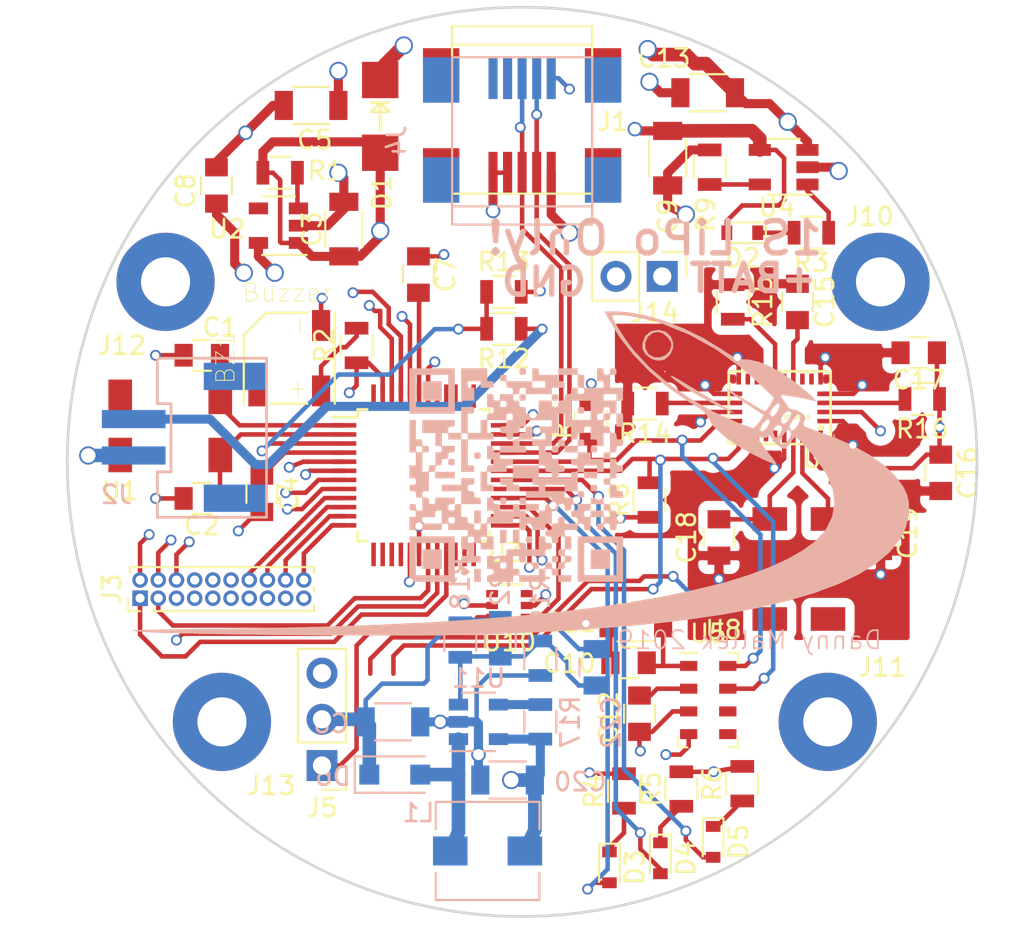
<source format=kicad_pcb>
(kicad_pcb (version 20171130) (host pcbnew "(5.1.0)-1")
  (layers (0 F.Cu signal) (1 Ground_Plane power) (2 Power_Plane mixed) (31 B.Cu signal) (34 B.Paste user) (35 F.Paste user hide) (36 B.SilkS user hide) (37 F.SilkS user) (38 B.Mask user hide) (39 F.Mask user hide) (44 Edge.Cuts user))
  (net 0 "")
  (net 1 "Net-(BZ1-Pad1)")
  (net 2 GND)
  (net 3 /OSC1)
  (net 4 /OSC2)
  (net 5 VBUS)
  (net 6 "Net-(C4-Pad1)")
  (net 7 +3V3)
  (net 8 "Net-(C7-Pad2)")
  (net 9 "Net-(C12-Pad1)")
  (net 10 +BATT)
  (net 11 "Net-(C15-Pad2)")
  (net 12 /BNO_OSC_OUT)
  (net 13 /BNO_OSC_IN)
  (net 14 "Net-(D2-Pad1)")
  (net 15 "Net-(D3-Pad1)")
  (net 16 /D12)
  (net 17 "Net-(D4-Pad1)")
  (net 18 /D6)
  (net 19 "Net-(D5-Pad1)")
  (net 20 /D7)
  (net 21 /USB_D-)
  (net 22 /USB_D+)
  (net 23 /A4)
  (net 24 /D8)
  (net 25 /D9)
  (net 26 /D3)
  (net 27 /D1)
  (net 28 /D0)
  (net 29 /MOSI)
  (net 30 /SCK)
  (net 31 /MISO)
  (net 32 /D11)
  (net 33 /D13)
  (net 34 /SDA)
  (net 35 /SCL)
  (net 36 /D4)
  (net 37 /A5)
  (net 38 /SWDIO)
  (net 39 /SWCLK)
  (net 40 "Net-(R1-Pad1)")
  (net 41 "Net-(R3-Pad1)")
  (net 42 "Net-(R9-Pad1)")
  (net 43 /A0)
  (net 44 "Net-(R14-Pad1)")
  (net 45 "Net-(R15-Pad2)")
  (net 46 "Net-(R16-Pad2)")
  (net 47 "Net-(U2-Pad4)")
  (net 48 /A1)
  (net 49 /A2)
  (net 50 /A3)
  (net 51 "Net-(U3-Pad22)")
  (net 52 /D2)
  (net 53 /D5)
  (net 54 /D10)
  (net 55 /TXD)
  (net 56 /RXD)
  (net 57 /TXLED)
  (net 58 /~RESET)
  (net 59 /USBHOSTEN)
  (net 60 /RXLED)
  (net 61 "Net-(U5-Pad6)")
  (net 62 "Net-(U5-Pad5)")
  (net 63 "Net-(U7-Pad1)")
  (net 64 "Net-(U7-Pad24)")
  (net 65 "Net-(U7-Pad23)")
  (net 66 "Net-(U7-Pad22)")
  (net 67 "Net-(U7-Pad21)")
  (net 68 "Net-(U7-Pad7)")
  (net 69 "Net-(U7-Pad8)")
  (net 70 "Net-(U7-Pad10)")
  (net 71 "Net-(U7-Pad12)")
  (net 72 "Net-(U7-Pad13)")
  (net 73 "Net-(U7-Pad14)")
  (net 74 /6V_SERVO_SUPPLY)
  (net 75 "Net-(D6-Pad2)")
  (net 76 "Net-(J5-Pad1)")
  (net 77 "Net-(R17-Pad2)")
  (net 78 "Net-(U10-Pad3)")
  (net 79 "Net-(U10-Pad4)")
  (net 80 "Net-(C22-Pad1)")
  (module Inductors_SMD:L_Wuerth_HCI-5040 (layer B.Cu) (at 43.34 124.622)
    (fp_text reference L1 (at -3.8 -2.1) (layer B.SilkS) (effects (justify mirror)))
    (fp_text value 10u)
    (pad 1 smd rect (at -2.05 0) (size 1.9 1.6) (layers B.Cu B.Paste B.Mask) (net 75 "Net-(D6-Pad2)"))
    (pad 2 smd rect (at 2.05 0) (size 1.9 1.6) (layers B.Cu B.Paste B.Mask) (net 7 +3V3))
  )
  (module Capacitors_SMD:C_0805 (layer B.Cu) (at 49.24 114.522 90)
    (fp_text reference C22 (at -3.038 0.89 90) (layer B.SilkS) (effects (justify mirror)))
    (fp_text value 220p)
    (pad 1 smd rect (at -1 0 90) (size 1 1.25) (layers B.Cu B.Paste B.Mask) (net 80 "Net-(C22-Pad1)"))
    (pad 2 smd rect (at 1 0 90) (size 1 1.25) (layers B.Cu B.Paste B.Mask) (net 74 /6V_SERVO_SUPPLY))
  )
  (module Resistors_SMD:R_0805 (layer F.Cu) (at 57.34 120.922 90)
    (fp_text reference R6 (at 0 -1.65 90) (layer F.SilkS))
    (fp_text value 470)
    (pad 1 smd rect (at -0.95 0 90) (size 0.7 1.3) (layers F.Cu F.Paste F.Mask) (net 19 "Net-(D5-Pad1)"))
    (pad 2 smd rect (at 0.95 0 90) (size 0.7 1.3) (layers F.Cu F.Paste F.Mask) (net 2 GND))
  )
  (module DannysLib:CUI_CMT-5023S-SMT (layer F.Cu) (at 32.44 97.522 90)
    (fp_text reference BZ1 (at 0 -3.5 90) (layer F.SilkS) (effects (font (size 1.00106 1.00106) (thickness 0.05))))
    (fp_text value Buzzer (at 3.6 -0.1 180) (layer F.SilkS) (effects (font (size 1.00013 1.00013) (thickness 0.05))))
    (fp_text user + (at -1.7 0.4 90) (layer F.SilkS) (effects (font (thickness 0.05))))
    (fp_text user - (at 1.8 0.5 90) (layer F.SilkS) (effects (font (thickness 0.05))))
    (pad 1 smd rect (at -1.8 1.75 90) (size 1.7 1) (layers F.Cu F.Paste F.Mask) (net 1 "Net-(BZ1-Pad1)"))
    (pad 2 smd rect (at 1.8 1.75 90) (size 1.7 1) (layers F.Cu F.Paste F.Mask) (net 2 GND))
    (pad "" smd rect (at -1.8 -1.75 90) (size 1.7 1) (layers F.Cu F.Paste F.Mask))
  )
  (module Capacitors_SMD:C_0805 (layer F.Cu) (at 27.632 97.36 180)
    (fp_text reference C1 (at -1.008 1.538 180) (layer F.SilkS))
    (fp_text value 22p)
    (pad 1 smd rect (at -1 0 180) (size 1 1.25) (layers F.Cu F.Paste F.Mask) (net 3 /OSC1))
    (pad 2 smd rect (at 1 0 180) (size 1 1.25) (layers F.Cu F.Paste F.Mask) (net 2 GND))
  )
  (module Capacitors_SMD:C_0805 (layer F.Cu) (at 27.632 105.234 180)
    (fp_text reference C2 (at 0 -1.5 180) (layer F.SilkS))
    (fp_text value 22p)
    (pad 1 smd rect (at -1 0 180) (size 1 1.25) (layers F.Cu F.Paste F.Mask) (net 4 /OSC2))
    (pad 2 smd rect (at 1 0 180) (size 1 1.25) (layers F.Cu F.Paste F.Mask) (net 2 GND))
  )
  (module Capacitors_SMD:C_1206 (layer F.Cu) (at 35.44 90.422 90)
    (fp_text reference C3 (at 0 -1.75 90) (layer F.SilkS))
    (fp_text value 10u)
    (pad 1 smd rect (at -1.5 0 90) (size 1 1.6) (layers F.Cu F.Paste F.Mask) (net 5 VBUS))
    (pad 2 smd rect (at 1.5 0 90) (size 1 1.6) (layers F.Cu F.Paste F.Mask) (net 2 GND))
  )
  (module Capacitors_SMD:C_0805 (layer F.Cu) (at 30.934 104.98 270)
    (fp_text reference C4 (at 0 -1.5 270) (layer F.SilkS))
    (fp_text value 1u)
    (pad 1 smd rect (at -1 0 270) (size 1 1.25) (layers F.Cu F.Paste F.Mask) (net 6 "Net-(C4-Pad1)"))
    (pad 2 smd rect (at 1 0 270) (size 1 1.25) (layers F.Cu F.Paste F.Mask) (net 2 GND))
  )
  (module Capacitors_SMD:C_1206 (layer F.Cu) (at 33.64 83.622)
    (fp_text reference C5 (at 0.2 1.9) (layer F.SilkS))
    (fp_text value 10u)
    (pad 1 smd rect (at -1.5 0) (size 1 1.6) (layers F.Cu F.Paste F.Mask) (net 7 +3V3))
    (pad 2 smd rect (at 1.5 0) (size 1 1.6) (layers F.Cu F.Paste F.Mask) (net 2 GND))
  )
  (module Capacitors_SMD:C_0805 (layer F.Cu) (at 39.54 92.922 270)
    (fp_text reference C7 (at 0 -1.5 270) (layer F.SilkS))
    (fp_text value 1u)
    (pad 1 smd rect (at -1 0 270) (size 1 1.25) (layers F.Cu F.Paste F.Mask) (net 2 GND))
    (pad 2 smd rect (at 1 0 270) (size 1 1.25) (layers F.Cu F.Paste F.Mask) (net 8 "Net-(C7-Pad2)"))
  )
  (module Capacitors_SMD:C_0805 (layer F.Cu) (at 28.44 88.022 270)
    (fp_text reference C8 (at 0.3 1.7 270) (layer F.SilkS))
    (fp_text value 1u)
    (pad 1 smd rect (at -1 0 270) (size 1 1.25) (layers F.Cu F.Paste F.Mask) (net 7 +3V3))
    (pad 2 smd rect (at 1 0 270) (size 1 1.25) (layers F.Cu F.Paste F.Mask) (net 2 GND))
  )
  (module Capacitors_SMD:C_1206 (layer F.Cu) (at 53.24 86.522 270)
    (fp_text reference C9 (at 3.2 0 270) (layer F.SilkS))
    (fp_text value 4.7u)
    (pad 1 smd rect (at -1.5 0 270) (size 1 1.6) (layers F.Cu F.Paste F.Mask) (net 5 VBUS))
    (pad 2 smd rect (at 1.5 0 270) (size 1 1.6) (layers F.Cu F.Paste F.Mask) (net 2 GND))
  )
  (module Capacitors_SMD:C_0805 (layer F.Cu) (at 51.09 114.272 180)
    (fp_text reference C10 (at 3.254 -0.038 180) (layer F.SilkS))
    (fp_text value 100n)
    (pad 1 smd rect (at -1 0 180) (size 1 1.25) (layers F.Cu F.Paste F.Mask) (net 7 +3V3))
    (pad 2 smd rect (at 1 0 180) (size 1 1.25) (layers F.Cu F.Paste F.Mask) (net 2 GND))
  )
  (module Capacitors_SMD:C_1206 (layer F.Cu) (at 51.49 112.072 180)
    (fp_text reference C11 (at 3.6 0 180) (layer F.SilkS))
    (fp_text value 10u)
    (pad 1 smd rect (at -1.5 0 180) (size 1 1.6) (layers F.Cu F.Paste F.Mask) (net 7 +3V3))
    (pad 2 smd rect (at 1.5 0 180) (size 1 1.6) (layers F.Cu F.Paste F.Mask) (net 2 GND))
  )
  (module Capacitors_SMD:C_0805 (layer F.Cu) (at 51.69 117.072 270)
    (fp_text reference C12 (at 0.2 1.7 270) (layer F.SilkS))
    (fp_text value 100n)
    (pad 1 smd rect (at -1 0 270) (size 1 1.25) (layers F.Cu F.Paste F.Mask) (net 9 "Net-(C12-Pad1)"))
    (pad 2 smd rect (at 1 0 270) (size 1 1.25) (layers F.Cu F.Paste F.Mask) (net 2 GND))
  )
  (module Capacitors_SMD:C_1206 (layer F.Cu) (at 55.44 82.922 180)
    (fp_text reference C13 (at 2.4 1.9 180) (layer F.SilkS))
    (fp_text value 10u)
    (pad 1 smd rect (at -1.5 0 180) (size 1 1.6) (layers F.Cu F.Paste F.Mask) (net 10 +BATT))
    (pad 2 smd rect (at 1.5 0 180) (size 1 1.6) (layers F.Cu F.Paste F.Mask) (net 2 GND))
  )
  (module Capacitors_SMD:C_0805 (layer F.Cu) (at 60.376 94.428 270)
    (fp_text reference C15 (at 0 -1.5 270) (layer F.SilkS))
    (fp_text value 100n)
    (pad 1 smd rect (at -1 0 270) (size 1 1.25) (layers F.Cu F.Paste F.Mask) (net 2 GND))
    (pad 2 smd rect (at 1 0 270) (size 1 1.25) (layers F.Cu F.Paste F.Mask) (net 11 "Net-(C15-Pad2)"))
  )
  (module Capacitors_SMD:C_0805 (layer F.Cu) (at 68.25 103.826 270)
    (fp_text reference C16 (at 0 -1.5 270) (layer F.SilkS))
    (fp_text value 6.8n)
    (pad 1 smd rect (at -1 0 270) (size 1 1.25) (layers F.Cu F.Paste F.Mask) (net 7 +3V3))
    (pad 2 smd rect (at 1 0 270) (size 1 1.25) (layers F.Cu F.Paste F.Mask) (net 2 GND))
  )
  (module Capacitors_SMD:C_0805 (layer F.Cu) (at 67.04 97.222 180)
    (fp_text reference C17 (at 0 -1.5 180) (layer F.SilkS))
    (fp_text value 120n)
    (pad 1 smd rect (at -1 0 180) (size 1 1.25) (layers F.Cu F.Paste F.Mask) (net 7 +3V3))
    (pad 2 smd rect (at 1 0 180) (size 1 1.25) (layers F.Cu F.Paste F.Mask) (net 2 GND))
  )
  (module Capacitors_SMD:C_0805 (layer F.Cu) (at 56.058 107.382 270)
    (fp_text reference C18 (at 0 1.778 270) (layer F.SilkS))
    (fp_text value 22p)
    (pad 1 smd rect (at -1 0 270) (size 1 1.25) (layers F.Cu F.Paste F.Mask) (net 12 /BNO_OSC_OUT))
    (pad 2 smd rect (at 1 0 270) (size 1 1.25) (layers F.Cu F.Paste F.Mask) (net 2 GND))
  )
  (module Capacitors_SMD:C_0805 (layer F.Cu) (at 64.948 107.128 270)
    (fp_text reference C19 (at 0 -1.5 270) (layer F.SilkS))
    (fp_text value 22p)
    (pad 1 smd rect (at -1 0 270) (size 1 1.25) (layers F.Cu F.Paste F.Mask) (net 13 /BNO_OSC_IN))
    (pad 2 smd rect (at 1 0 270) (size 1 1.25) (layers F.Cu F.Paste F.Mask) (net 2 GND))
  )
  (module DannysLib:DO-214AC (layer F.Cu) (at 37.44 86.222 90)
    (fp_text reference D1 (at -2.2 0.1 90) (layer F.SilkS))
    (fp_text value MBRA140)
    (pad 1 smd rect (at 0 0 90) (size 2 2) (layers F.Cu F.Paste F.Mask) (net 5 VBUS))
    (pad 2 smd rect (at 4 0 90) (size 2 2) (layers F.Cu F.Paste F.Mask) (net 10 +BATT))
  )
  (module Diodes_SMD:D_0603 (layer F.Cu) (at 57.34 90.622 180)
    (fp_text reference D2 (at 0 -1.4 180) (layer F.SilkS))
    (fp_text value LED)
    (pad 1 smd rect (at -0.85 0 180) (size 0.6 0.8) (layers F.Cu F.Paste F.Mask) (net 14 "Net-(D2-Pad1)"))
    (pad 2 smd rect (at 0.85 0 180) (size 0.6 0.8) (layers F.Cu F.Paste F.Mask) (net 5 VBUS))
  )
  (module Diodes_SMD:D_0603 (layer F.Cu) (at 50.04 125.522 270)
    (fp_text reference D3 (at 0 -1.4 270) (layer F.SilkS))
    (fp_text value LED)
    (pad 1 smd rect (at -0.85 0 270) (size 0.6 0.8) (layers F.Cu F.Paste F.Mask) (net 15 "Net-(D3-Pad1)"))
    (pad 2 smd rect (at 0.85 0 270) (size 0.6 0.8) (layers F.Cu F.Paste F.Mask) (net 16 /D12))
  )
  (module Diodes_SMD:D_0603 (layer F.Cu) (at 52.84 125.022 270)
    (fp_text reference D4 (at 0 -1.4 270) (layer F.SilkS))
    (fp_text value LED)
    (pad 1 smd rect (at -0.85 0 270) (size 0.6 0.8) (layers F.Cu F.Paste F.Mask) (net 17 "Net-(D4-Pad1)"))
    (pad 2 smd rect (at 0.85 0 270) (size 0.6 0.8) (layers F.Cu F.Paste F.Mask) (net 18 /D6))
  )
  (module Diodes_SMD:D_0603 (layer F.Cu) (at 55.74 124.122 270)
    (fp_text reference D5 (at 0 -1.4 270) (layer F.SilkS))
    (fp_text value LED)
    (pad 1 smd rect (at -0.85 0 270) (size 0.6 0.8) (layers F.Cu F.Paste F.Mask) (net 19 "Net-(D5-Pad1)"))
    (pad 2 smd rect (at 0.85 0 270) (size 0.6 0.8) (layers F.Cu F.Paste F.Mask) (net 20 /D7))
  )
  (module Connectors:USB_Mini-B (layer F.Cu) (at 45.24 84.522 270)
    (fp_text reference J1 (at 0 -5) (layer F.SilkS))
    (fp_text value USB_A)
    (pad 1 smd rect (at 2.8 -1.6 270) (size 2.3 0.5) (layers F.Cu F.Paste F.Mask) (net 5 VBUS))
    (pad 2 smd rect (at 2.8 -0.8 270) (size 2.3 0.5) (layers F.Cu F.Paste F.Mask) (net 21 /USB_D-))
    (pad 3 smd rect (at 2.8 0 270) (size 2.3 0.5) (layers F.Cu F.Paste F.Mask) (net 22 /USB_D+))
    (pad 4 smd rect (at 2.8 0.8 270) (size 2.3 0.5) (layers F.Cu F.Paste F.Mask) (net 2 GND))
    (pad 5 smd rect (at 2.8 1.6 270) (size 2.3 0.5) (layers F.Cu F.Paste F.Mask) (net 2 GND))
    (pad 6 smd rect (at 2.7 -4.45 270) (size 2.5 2) (layers F.Cu F.Paste F.Mask))
    (pad 6 smd rect (at -2.8 -4.45 270) (size 2.5 2) (layers F.Cu F.Paste F.Mask))
    (pad 6 smd rect (at 2.7 4.45 270) (size 2.5 2) (layers F.Cu F.Paste F.Mask))
    (pad 6 smd rect (at -2.8 4.45 270) (size 2.5 2) (layers F.Cu F.Paste F.Mask))
    (pad "" np_thru_hole circle (at 0.2 -2.2 270) (size 0.9 0.9) (drill 0.9) (layers *.Cu *.Mask))
    (pad "" np_thru_hole circle (at 0.2 2.2 270) (size 0.9 0.9) (drill 0.9) (layers *.Cu *.Mask))
  )
  (module Mounting_Holes:MountingHole_2.7mm_M2.5_Pad (layer F.Cu) (at 64.94 93.322)
    (fp_text reference J10 (at -0.6 -3.6) (layer F.SilkS))
    (fp_text value CHASSIS_GND)
    (pad 1 thru_hole circle (at 0 0) (size 5.4 5.4) (drill 2.7) (layers *.Cu *.Mask) (net 2 GND))
  )
  (module Mounting_Holes:MountingHole_2.7mm_M2.5_Pad (layer F.Cu) (at 62.04 117.522)
    (fp_text reference J11 (at 3 -3) (layer F.SilkS))
    (fp_text value CHASSIS_GND)
    (pad 1 thru_hole circle (at 0 0) (size 5.4 5.4) (drill 2.7) (layers *.Cu *.Mask) (net 2 GND))
  )
  (module Mounting_Holes:MountingHole_2.7mm_M2.5_Pad (layer F.Cu) (at 25.64 93.322)
    (fp_text reference J12 (at -2.4 3.5) (layer F.SilkS))
    (fp_text value CHASSIS_GND hide)
    (pad 1 thru_hole circle (at 0 0) (size 5.4 5.4) (drill 2.7) (layers *.Cu *.Mask) (net 2 GND))
  )
  (module Mounting_Holes:MountingHole_2.7mm_M2.5_Pad (layer F.Cu) (at 28.74 117.522)
    (fp_text reference J13 (at 2.7 3.5 180) (layer F.SilkS))
    (fp_text value CHASSIS_GND)
    (pad 1 thru_hole circle (at 0 0) (size 5.4 5.4) (drill 2.7) (layers *.Cu *.Mask) (net 2 GND))
  )
  (module Pin_Headers:Pin_Header_Straight_1x02_Pitch2.54mm (layer F.Cu) (at 52.94 93.022 270)
    (fp_text reference J14 (at 2 0.4) (layer F.SilkS))
    (fp_text value "1S LiPo")
    (pad 1 thru_hole rect (at 0 0 270) (size 1.7 1.7) (drill 1) (layers *.Cu *.Mask) (net 10 +BATT))
    (pad 2 thru_hole oval (at 0 2.54 270) (size 1.7 1.7) (drill 1) (layers *.Cu *.Mask) (net 2 GND))
  )
  (module Resistors_SMD:R_0805 (layer F.Cu) (at 31.94 87.322 180)
    (fp_text reference R1 (at -2.5 0.1 180) (layer F.SilkS))
    (fp_text value 10k)
    (pad 1 smd rect (at -0.95 0 180) (size 0.7 1.3) (layers F.Cu F.Paste F.Mask) (net 40 "Net-(R1-Pad1)"))
    (pad 2 smd rect (at 0.95 0 180) (size 0.7 1.3) (layers F.Cu F.Paste F.Mask) (net 5 VBUS))
  )
  (module Resistors_SMD:R_0805 (layer F.Cu) (at 36.14 96.822 270)
    (fp_text reference R2 (at 0 1.778 270) (layer F.SilkS))
    (fp_text value 330)
    (pad 1 smd rect (at -0.95 0 270) (size 0.7 1.3) (layers F.Cu F.Paste F.Mask) (net 1 "Net-(BZ1-Pad1)"))
    (pad 2 smd rect (at 0.95 0 270) (size 0.7 1.3) (layers F.Cu F.Paste F.Mask) (net 37 /A5))
  )
  (module Resistors_SMD:R_0805 (layer F.Cu) (at 61.14 90.622 180)
    (fp_text reference R3 (at 0 -1.65 180) (layer F.SilkS))
    (fp_text value 330)
    (pad 1 smd rect (at -0.95 0 180) (size 0.7 1.3) (layers F.Cu F.Paste F.Mask) (net 41 "Net-(R3-Pad1)"))
    (pad 2 smd rect (at 0.95 0 180) (size 0.7 1.3) (layers F.Cu F.Paste F.Mask) (net 14 "Net-(D2-Pad1)"))
  )
  (module Resistors_SMD:R_0805 (layer F.Cu) (at 50.84 121.322 90)
    (fp_text reference R4 (at 0 -1.65 90) (layer F.SilkS))
    (fp_text value 470)
    (pad 1 smd rect (at -0.95 0 90) (size 0.7 1.3) (layers F.Cu F.Paste F.Mask) (net 15 "Net-(D3-Pad1)"))
    (pad 2 smd rect (at 0.95 0 90) (size 0.7 1.3) (layers F.Cu F.Paste F.Mask) (net 2 GND))
  )
  (module Resistors_SMD:R_0805 (layer F.Cu) (at 53.99 121.216 90)
    (fp_text reference R5 (at 0 -1.65 90) (layer F.SilkS))
    (fp_text value 470)
    (pad 1 smd rect (at -0.95 0 90) (size 0.7 1.3) (layers F.Cu F.Paste F.Mask) (net 17 "Net-(D4-Pad1)"))
    (pad 2 smd rect (at 0.95 0 90) (size 0.7 1.3) (layers F.Cu F.Paste F.Mask) (net 2 GND))
  )
  (module Resistors_SMD:R_0805 (layer F.Cu) (at 49.04 101.022 270)
    (fp_text reference R7 (at 0 1.6 270) (layer F.SilkS))
    (fp_text value 2k)
    (pad 1 smd rect (at -0.95 0 270) (size 0.7 1.3) (layers F.Cu F.Paste F.Mask) (net 7 +3V3))
    (pad 2 smd rect (at 0.95 0 270) (size 0.7 1.3) (layers F.Cu F.Paste F.Mask) (net 35 /SCL))
  )
  (module Resistors_SMD:R_0805 (layer F.Cu) (at 52.24 105.322 90)
    (fp_text reference R8 (at 0 -1.65 90) (layer F.SilkS))
    (fp_text value 2k)
    (pad 1 smd rect (at -0.95 0 90) (size 0.7 1.3) (layers F.Cu F.Paste F.Mask) (net 7 +3V3))
    (pad 2 smd rect (at 0.95 0 90) (size 0.7 1.3) (layers F.Cu F.Paste F.Mask) (net 34 /SDA))
  )
  (module Resistors_SMD:R_0805 (layer F.Cu) (at 55.55 87.018 90)
    (fp_text reference R9 (at -2.604 -0.21 90) (layer F.SilkS))
    (fp_text value 2k)
    (pad 1 smd rect (at -0.95 0 90) (size 0.7 1.3) (layers F.Cu F.Paste F.Mask) (net 42 "Net-(R9-Pad1)"))
    (pad 2 smd rect (at 0.95 0 90) (size 0.7 1.3) (layers F.Cu F.Paste F.Mask) (net 2 GND))
  )
  (module Resistors_SMD:R_0805 (layer F.Cu) (at 44.238 95.906 180)
    (fp_text reference R12 (at 0 -1.65 180) (layer F.SilkS))
    (fp_text value 10k)
    (pad 1 smd rect (at -0.95 0 180) (size 0.7 1.3) (layers F.Cu F.Paste F.Mask) (net 10 +BATT))
    (pad 2 smd rect (at 0.95 0 180) (size 0.7 1.3) (layers F.Cu F.Paste F.Mask) (net 43 /A0))
  )
  (module Resistors_SMD:R_0805 (layer F.Cu) (at 44.238 93.874)
    (fp_text reference R13 (at 0 -1.65) (layer F.SilkS))
    (fp_text value 10k)
    (pad 1 smd rect (at -0.95 0) (size 0.7 1.3) (layers F.Cu F.Paste F.Mask) (net 43 /A0))
    (pad 2 smd rect (at 0.95 0) (size 0.7 1.3) (layers F.Cu F.Paste F.Mask) (net 2 GND))
  )
  (module Resistors_SMD:R_0805 (layer F.Cu) (at 51.994 100.016 180)
    (fp_text reference R14 (at 0 -1.65 180) (layer F.SilkS))
    (fp_text value 10k)
    (pad 1 smd rect (at -0.95 0 180) (size 0.7 1.3) (layers F.Cu F.Paste F.Mask) (net 44 "Net-(R14-Pad1)"))
    (pad 2 smd rect (at 0.95 0 180) (size 0.7 1.3) (layers F.Cu F.Paste F.Mask) (net 2 GND))
  )
  (module Resistors_SMD:R_0805 (layer F.Cu) (at 56.82 94.428 270)
    (fp_text reference R15 (at 0 -1.65 270) (layer F.SilkS))
    (fp_text value 10k)
    (pad 1 smd rect (at -0.95 0 270) (size 0.7 1.3) (layers F.Cu F.Paste F.Mask) (net 2 GND))
    (pad 2 smd rect (at 0.95 0 270) (size 0.7 1.3) (layers F.Cu F.Paste F.Mask) (net 45 "Net-(R15-Pad2)"))
  )
  (module Resistors_SMD:R_0805 (layer F.Cu) (at 67.234 99.762 180)
    (fp_text reference R16 (at 0 -1.65 180) (layer F.SilkS))
    (fp_text value 10k)
    (pad 1 smd rect (at -0.95 0 180) (size 0.7 1.3) (layers F.Cu F.Paste F.Mask) (net 7 +3V3))
    (pad 2 smd rect (at 0.95 0 180) (size 0.7 1.3) (layers F.Cu F.Paste F.Mask) (net 46 "Net-(R16-Pad2)"))
  )
  (module DannysLib:XC1195CT-ND (layer F.Cu) (at 28.648 99.646 180)
    (fp_text reference U1 (at 5.508 -5.176 180) (layer F.SilkS))
    (fp_text value ECS-.327-12.5-17X-TR)
    (pad 1 smd rect (at 0 0 180) (size 1.3 1.9) (layers F.Cu F.Paste F.Mask) (net 3 /OSC1))
    (pad 2 smd rect (at 5.5 0 180) (size 1.3 1.9) (layers F.Cu F.Paste F.Mask))
    (pad 3 smd rect (at 5.5 -3.2 180) (size 1.3 1.9) (layers F.Cu F.Paste F.Mask))
    (pad 4 smd rect (at 0 -3.2 180) (size 1.3 1.9) (layers F.Cu F.Paste F.Mask) (net 4 /OSC2))
  )
  (module TO_SOT_Packages_SMD:SOT-23-5 (layer F.Cu) (at 31.845 90.233 180)
    (fp_text reference U2 (at 2.805 -0.189 180) (layer F.SilkS))
    (fp_text value SPX3819M5-L-3-3)
    (pad 1 smd rect (at -1.1 -0.95 180) (size 1.06 0.65) (layers F.Cu F.Paste F.Mask) (net 5 VBUS))
    (pad 2 smd rect (at -1.1 0 180) (size 1.06 0.65) (layers F.Cu F.Paste F.Mask) (net 2 GND))
    (pad 3 smd rect (at -1.1 0.95 180) (size 1.06 0.65) (layers F.Cu F.Paste F.Mask) (net 40 "Net-(R1-Pad1)"))
    (pad 4 smd rect (at 1.1 0.95 180) (size 1.06 0.65) (layers F.Cu F.Paste F.Mask) (net 47 "Net-(U2-Pad4)"))
    (pad 5 smd rect (at 1.1 -0.95 180) (size 1.06 0.65) (layers F.Cu F.Paste F.Mask) (net 7 +3V3))
  )
  (module Housings_QFP:TQFP-48_7x7mm_Pitch0.5mm (layer F.Cu) (at 39.824 103.964)
    (fp_text reference U3 (at 4.516 4.258) (layer F.SilkS))
    (fp_text value ATSAMD21G18)
    (pad 1 smd rect (at -4.35 -2.75) (size 1.3 0.25) (layers F.Cu F.Paste F.Mask) (net 3 /OSC1))
    (pad 2 smd rect (at -4.35 -2.25) (size 1.3 0.25) (layers F.Cu F.Paste F.Mask) (net 4 /OSC2))
    (pad 3 smd rect (at -4.35 -1.75) (size 1.3 0.25) (layers F.Cu F.Paste F.Mask) (net 43 /A0))
    (pad 4 smd rect (at -4.35 -1.25) (size 1.3 0.25) (layers F.Cu F.Paste F.Mask) (net 6 "Net-(C4-Pad1)"))
    (pad 5 smd rect (at -4.35 -0.75) (size 1.3 0.25) (layers F.Cu F.Paste F.Mask) (net 2 GND))
    (pad 6 smd rect (at -4.35 -0.25) (size 1.3 0.25) (layers F.Cu F.Paste F.Mask) (net 7 +3V3))
    (pad 7 smd rect (at -4.35 0.25) (size 1.3 0.25) (layers F.Cu F.Paste F.Mask) (net 48 /A1))
    (pad 8 smd rect (at -4.35 0.75) (size 1.3 0.25) (layers F.Cu F.Paste F.Mask) (net 49 /A2))
    (pad 9 smd rect (at -4.35 1.25) (size 1.3 0.25) (layers F.Cu F.Paste F.Mask) (net 50 /A3))
    (pad 10 smd rect (at -4.35 1.75) (size 1.3 0.25) (layers F.Cu F.Paste F.Mask) (net 23 /A4))
    (pad 11 smd rect (at -4.35 2.25) (size 1.3 0.25) (layers F.Cu F.Paste F.Mask) (net 24 /D8))
    (pad 12 smd rect (at -4.35 2.75) (size 1.3 0.25) (layers F.Cu F.Paste F.Mask) (net 25 /D9))
    (pad 13 smd rect (at -2.75 4.35 90) (size 1.3 0.25) (layers F.Cu F.Paste F.Mask) (net 36 /D4))
    (pad 14 smd rect (at -2.25 4.35 90) (size 1.3 0.25) (layers F.Cu F.Paste F.Mask) (net 26 /D3))
    (pad 15 smd rect (at -1.75 4.35 90) (size 1.3 0.25) (layers F.Cu F.Paste F.Mask) (net 27 /D1))
    (pad 16 smd rect (at -1.25 4.35 90) (size 1.3 0.25) (layers F.Cu F.Paste F.Mask) (net 28 /D0))
    (pad 17 smd rect (at -0.75 4.35 90) (size 1.3 0.25) (layers F.Cu F.Paste F.Mask) (net 7 +3V3))
    (pad 18 smd rect (at -0.25 4.35 90) (size 1.3 0.25) (layers F.Cu F.Paste F.Mask) (net 2 GND))
    (pad 19 smd rect (at 0.25 4.35 90) (size 1.3 0.25) (layers F.Cu F.Paste F.Mask) (net 29 /MOSI))
    (pad 20 smd rect (at 0.75 4.35 90) (size 1.3 0.25) (layers F.Cu F.Paste F.Mask) (net 30 /SCK))
    (pad 21 smd rect (at 1.25 4.35 90) (size 1.3 0.25) (layers F.Cu F.Paste F.Mask) (net 31 /MISO))
    (pad 22 smd rect (at 1.75 4.35 90) (size 1.3 0.25) (layers F.Cu F.Paste F.Mask) (net 51 "Net-(U3-Pad22)"))
    (pad 23 smd rect (at 2.25 4.35 90) (size 1.3 0.25) (layers F.Cu F.Paste F.Mask) (net 52 /D2))
    (pad 24 smd rect (at 2.75 4.35 90) (size 1.3 0.25) (layers F.Cu F.Paste F.Mask) (net 53 /D5))
    (pad 25 smd rect (at 4.35 2.75) (size 1.3 0.25) (layers F.Cu F.Paste F.Mask) (net 32 /D11))
    (pad 26 smd rect (at 4.35 2.25) (size 1.3 0.25) (layers F.Cu F.Paste F.Mask) (net 33 /D13))
    (pad 27 smd rect (at 4.35 1.75) (size 1.3 0.25) (layers F.Cu F.Paste F.Mask) (net 54 /D10))
    (pad 28 smd rect (at 4.35 1.25) (size 1.3 0.25) (layers F.Cu F.Paste F.Mask) (net 16 /D12))
    (pad 29 smd rect (at 4.35 0.75) (size 1.3 0.25) (layers F.Cu F.Paste F.Mask) (net 18 /D6))
    (pad 30 smd rect (at 4.35 0.25) (size 1.3 0.25) (layers F.Cu F.Paste F.Mask) (net 20 /D7))
    (pad 31 smd rect (at 4.35 -0.25) (size 1.3 0.25) (layers F.Cu F.Paste F.Mask) (net 34 /SDA))
    (pad 32 smd rect (at 4.35 -0.75) (size 1.3 0.25) (layers F.Cu F.Paste F.Mask) (net 35 /SCL))
    (pad 33 smd rect (at 4.35 -1.25) (size 1.3 0.25) (layers F.Cu F.Paste F.Mask) (net 21 /USB_D-))
    (pad 34 smd rect (at 4.35 -1.75) (size 1.3 0.25) (layers F.Cu F.Paste F.Mask) (net 22 /USB_D+))
    (pad 35 smd rect (at 4.35 -2.25) (size 1.3 0.25) (layers F.Cu F.Paste F.Mask) (net 2 GND))
    (pad 36 smd rect (at 4.35 -2.75) (size 1.3 0.25) (layers F.Cu F.Paste F.Mask) (net 7 +3V3))
    (pad 37 smd rect (at 2.75 -4.35 90) (size 1.3 0.25) (layers F.Cu F.Paste F.Mask) (net 55 /TXD))
    (pad 38 smd rect (at 2.25 -4.35 90) (size 1.3 0.25) (layers F.Cu F.Paste F.Mask) (net 56 /RXD))
    (pad 39 smd rect (at 1.75 -4.35 90) (size 1.3 0.25) (layers F.Cu F.Paste F.Mask) (net 57 /TXLED))
    (pad 40 smd rect (at 1.25 -4.35 90) (size 1.3 0.25) (layers F.Cu F.Paste F.Mask) (net 58 /~RESET))
    (pad 41 smd rect (at 0.75 -4.35 90) (size 1.3 0.25) (layers F.Cu F.Paste F.Mask) (net 59 /USBHOSTEN))
    (pad 42 smd rect (at 0.25 -4.35 90) (size 1.3 0.25) (layers F.Cu F.Paste F.Mask) (net 2 GND))
    (pad 43 smd rect (at -0.25 -4.35 90) (size 1.3 0.25) (layers F.Cu F.Paste F.Mask) (net 8 "Net-(C7-Pad2)"))
    (pad 44 smd rect (at -0.75 -4.35 90) (size 1.3 0.25) (layers F.Cu F.Paste F.Mask) (net 7 +3V3))
    (pad 45 smd rect (at -1.25 -4.35 90) (size 1.3 0.25) (layers F.Cu F.Paste F.Mask) (net 39 /SWCLK))
    (pad 46 smd rect (at -1.75 -4.35 90) (size 1.3 0.25) (layers F.Cu F.Paste F.Mask) (net 38 /SWDIO))
    (pad 47 smd rect (at -2.25 -4.35 90) (size 1.3 0.25) (layers F.Cu F.Paste F.Mask) (net 37 /A5))
    (pad 48 smd rect (at -2.75 -4.35 90) (size 1.3 0.25) (layers F.Cu F.Paste F.Mask) (net 60 /RXLED))
  )
  (module TO_SOT_Packages_SMD:TSOT-23-5 (layer F.Cu) (at 59.614 87.018 180)
    (fp_text reference U4 (at 0.374 -2.204 180) (layer F.SilkS))
    (fp_text value MCP73831)
    (pad 1 smd rect (at -1.31 -0.95 180) (size 1.22 0.65) (layers F.Cu F.Paste F.Mask) (net 41 "Net-(R3-Pad1)"))
    (pad 2 smd rect (at -1.31 0 180) (size 1.22 0.65) (layers F.Cu F.Paste F.Mask) (net 2 GND))
    (pad 3 smd rect (at -1.31 0.95 180) (size 1.22 0.65) (layers F.Cu F.Paste F.Mask) (net 10 +BATT))
    (pad 4 smd rect (at 1.31 0.95 180) (size 1.22 0.65) (layers F.Cu F.Paste F.Mask) (net 5 VBUS))
    (pad 5 smd rect (at 1.31 -0.95 180) (size 1.22 0.65) (layers F.Cu F.Paste F.Mask) (net 42 "Net-(R9-Pad1)"))
  )
  (module DannysLib:MPL3115A2 (layer F.Cu) (at 55.47 116.322)
    (fp_text reference U5 (at 0 -3.65) (layer F.SilkS))
    (fp_text value MPL3115A2)
    (pad 4 smd rect (at -1.075 1.875) (size 0.95 0.55) (layers F.Cu F.Paste F.Mask) (net 7 +3V3))
    (pad 1 smd rect (at -1.075 -1.875) (size 0.95 0.55) (layers F.Cu F.Paste F.Mask) (net 7 +3V3))
    (pad 2 smd rect (at -1.075 -0.625) (size 0.95 0.55) (layers F.Cu F.Paste F.Mask) (net 9 "Net-(C12-Pad1)"))
    (pad 3 smd rect (at -1.075 0.625) (size 0.95 0.55) (layers F.Cu F.Paste F.Mask) (net 2 GND))
    (pad 8 smd rect (at 1.075 -1.875) (size 0.95 0.55) (layers F.Cu F.Paste F.Mask) (net 35 /SCL))
    (pad 7 smd rect (at 1.075 -0.625) (size 0.95 0.55) (layers F.Cu F.Paste F.Mask) (net 34 /SDA))
    (pad 6 smd rect (at 1.075 0.625) (size 0.95 0.55) (layers F.Cu F.Paste F.Mask) (net 61 "Net-(U5-Pad6)"))
    (pad 5 smd rect (at 1.075 1.875) (size 0.95 0.55) (layers F.Cu F.Paste F.Mask) (net 62 "Net-(U5-Pad5)"))
  )
  (module DannysLib:BNO055-LGA (layer F.Cu) (at 61.646 101.794 180)
    (fp_text reference U7 (at 0 -1.27 180) (layer F.SilkS))
    (fp_text value BNO055)
    (fp_text user 1 (at -0.75 0 180) (layer F.SilkS) (effects (font (size 0.127 0.127) (thickness 0.03175))))
    (fp_text user BNO055 (at 1.27 1.016 180) (layer F.SilkS) (effects (font (size 0.25 0.25) (thickness 0.05))))
    (pad 1 smd rect (at 0 0 180) (size 0.25 0.6) (layers F.Cu F.Paste F.Mask) (net 63 "Net-(U7-Pad1)"))
    (pad 28 smd rect (at 0.5 0 180) (size 0.25 0.6) (layers F.Cu F.Paste F.Mask) (net 7 +3V3))
    (pad 27 smd rect (at 1 0 180) (size 0.25 0.6) (layers F.Cu F.Paste F.Mask) (net 13 /BNO_OSC_IN))
    (pad 26 smd rect (at 1.5 0 180) (size 0.25 0.6) (layers F.Cu F.Paste F.Mask) (net 12 /BNO_OSC_OUT))
    (pad 25 smd rect (at 2 0 180) (size 0.25 0.6) (layers F.Cu F.Paste F.Mask) (net 2 GND))
    (pad 24 smd rect (at 2.5 0 180) (size 0.25 0.6) (layers F.Cu F.Paste F.Mask) (net 64 "Net-(U7-Pad24)"))
    (pad 23 smd rect (at 3 0 180) (size 0.25 0.6) (layers F.Cu F.Paste F.Mask) (net 65 "Net-(U7-Pad23)"))
    (pad 22 smd rect (at 3.5 0 180) (size 0.25 0.6) (layers F.Cu F.Paste F.Mask) (net 66 "Net-(U7-Pad22)"))
    (pad 21 smd rect (at 4 0 180) (size 0.25 0.6) (layers F.Cu F.Paste F.Mask) (net 67 "Net-(U7-Pad21)"))
    (pad 20 smd rect (at 4.5 0 180) (size 0.25 0.6) (layers F.Cu F.Paste F.Mask) (net 34 /SDA))
    (pad 6 smd rect (at 0 3.125 180) (size 0.25 0.6) (layers F.Cu F.Paste F.Mask) (net 2 GND))
    (pad 7 smd rect (at 0.5 3.125 180) (size 0.25 0.6) (layers F.Cu F.Paste F.Mask) (net 68 "Net-(U7-Pad7)"))
    (pad 8 smd rect (at 1 3.125 180) (size 0.25 0.6) (layers F.Cu F.Paste F.Mask) (net 69 "Net-(U7-Pad8)"))
    (pad 9 smd rect (at 1.5 3.125 180) (size 0.25 0.6) (layers F.Cu F.Paste F.Mask) (net 11 "Net-(C15-Pad2)"))
    (pad 10 smd rect (at 2 3.125 180) (size 0.25 0.6) (layers F.Cu F.Paste F.Mask) (net 70 "Net-(U7-Pad10)"))
    (pad 11 smd rect (at 2.5 3.125 180) (size 0.25 0.6) (layers F.Cu F.Paste F.Mask) (net 45 "Net-(R15-Pad2)"))
    (pad 12 smd rect (at 3 3.125 180) (size 0.25 0.6) (layers F.Cu F.Paste F.Mask) (net 71 "Net-(U7-Pad12)"))
    (pad 13 smd rect (at 3.5 3.125 180) (size 0.25 0.6) (layers F.Cu F.Paste F.Mask) (net 72 "Net-(U7-Pad13)"))
    (pad 14 smd rect (at 4 3.125 180) (size 0.25 0.6) (layers F.Cu F.Paste F.Mask) (net 73 "Net-(U7-Pad14)"))
    (pad 15 smd rect (at 4.5 3.125 180) (size 0.25 0.6) (layers F.Cu F.Paste F.Mask) (net 2 GND))
    (pad 2 smd rect (at -0.12 0.8125 180) (size 0.6 0.25) (layers F.Cu F.Paste F.Mask) (net 2 GND))
    (pad 3 smd rect (at -0.12 1.3125 180) (size 0.6 0.25) (layers F.Cu F.Paste F.Mask) (net 7 +3V3))
    (pad 4 smd rect (at -0.12 1.8125 180) (size 0.6 0.25) (layers F.Cu F.Paste F.Mask) (net 46 "Net-(R16-Pad2)"))
    (pad 5 smd rect (at -0.12 2.3125 180) (size 0.6 0.25) (layers F.Cu F.Paste F.Mask) (net 2 GND))
    (pad 19 smd rect (at 4.61 0.8125 180) (size 0.6 0.25) (layers F.Cu F.Paste F.Mask) (net 35 /SCL))
    (pad 18 smd rect (at 4.61 1.3125 180) (size 0.6 0.25) (layers F.Cu F.Paste F.Mask) (net 2 GND))
    (pad 17 smd rect (at 4.61 1.8125 180) (size 0.6 0.25) (layers F.Cu F.Paste F.Mask) (net 44 "Net-(R14-Pad1)"))
    (pad 16 smd rect (at 4.61 2.3125 180) (size 0.6 0.25) (layers F.Cu F.Paste F.Mask) (net 2 GND))
  )
  (module DannysLib:XC1195CT-ND (layer F.Cu) (at 58.852 106.366 270)
    (fp_text reference U8 (at 6.096 2.54) (layer F.SilkS))
    (fp_text value ECS-.327-12.5-17X-TR)
    (pad 1 smd rect (at 0 0 270) (size 1.3 1.9) (layers F.Cu F.Paste F.Mask) (net 12 /BNO_OSC_OUT))
    (pad 2 smd rect (at 5.5 0 270) (size 1.3 1.9) (layers F.Cu F.Paste F.Mask))
    (pad 3 smd rect (at 5.5 -3.2 270) (size 1.3 1.9) (layers F.Cu F.Paste F.Mask))
    (pad 4 smd rect (at 0 -3.2 270) (size 1.3 1.9) (layers F.Cu F.Paste F.Mask) (net 13 /BNO_OSC_IN))
  )
  (module RocketShopLogos:QRcode (layer B.Cu) (at 44.94 103.922)
    (fp_text reference G*** hide)
    (fp_text value LOGO hide)
  )
  (module RocketShopLogos:CycloneRocketrySwoosh (layer B.Cu) (at 40.14 105.722 180)
    (fp_text reference G*** hide)
    (fp_text value LOGO hide)
  )
  (module Pin_Headers:Pin_Header_Straight_2x10_Pitch1.00mm (layer F.Cu) (at 24.24 110.722 90)
    (fp_text reference J3 (at 0.5 -1.56 90) (layer F.SilkS))
    (fp_text value EXPANSION_HEADER)
    (pad 1 thru_hole rect (at 0 0 90) (size 0.85 0.85) (drill 0.5) (layers *.Cu *.Mask) (net 31 /MISO))
    (pad 2 thru_hole oval (at 1 0 90) (size 0.85 0.85) (drill 0.5) (layers *.Cu *.Mask) (net 39 /SWCLK))
    (pad 3 thru_hole oval (at 0 1 90) (size 0.85 0.85) (drill 0.5) (layers *.Cu *.Mask) (net 29 /MOSI))
    (pad 4 thru_hole oval (at 1 1 90) (size 0.85 0.85) (drill 0.5) (layers *.Cu *.Mask) (net 38 /SWDIO))
    (pad 5 thru_hole oval (at 0 2 90) (size 0.85 0.85) (drill 0.5) (layers *.Cu *.Mask) (net 30 /SCK))
    (pad 6 thru_hole oval (at 1 2 90) (size 0.85 0.85) (drill 0.5) (layers *.Cu *.Mask) (net 37 /A5))
    (pad 7 thru_hole oval (at 0 3 90) (size 0.85 0.85) (drill 0.5) (layers *.Cu *.Mask) (net 2 GND))
    (pad 8 thru_hole oval (at 1 3 90) (size 0.85 0.85) (drill 0.5) (layers *.Cu *.Mask) (net 2 GND))
    (pad 9 thru_hole oval (at 0 4 90) (size 0.85 0.85) (drill 0.5) (layers *.Cu *.Mask) (net 33 /D13))
    (pad 10 thru_hole oval (at 1 4 90) (size 0.85 0.85) (drill 0.5) (layers *.Cu *.Mask) (net 48 /A1))
    (pad 11 thru_hole oval (at 0 5 90) (size 0.85 0.85) (drill 0.5) (layers *.Cu *.Mask) (net 32 /D11))
    (pad 12 thru_hole oval (at 1 5 90) (size 0.85 0.85) (drill 0.5) (layers *.Cu *.Mask) (net 49 /A2))
    (pad 13 thru_hole oval (at 0 6 90) (size 0.85 0.85) (drill 0.5) (layers *.Cu *.Mask) (net 2 GND))
    (pad 14 thru_hole oval (at 1 6 90) (size 0.85 0.85) (drill 0.5) (layers *.Cu *.Mask) (net 50 /A3))
    (pad 15 thru_hole oval (at 0 7 90) (size 0.85 0.85) (drill 0.5) (layers *.Cu *.Mask) (net 2 GND))
    (pad 16 thru_hole oval (at 1 7 90) (size 0.85 0.85) (drill 0.5) (layers *.Cu *.Mask) (net 23 /A4))
    (pad 17 thru_hole oval (at 0 8 90) (size 0.85 0.85) (drill 0.5) (layers *.Cu *.Mask) (net 2 GND))
    (pad 18 thru_hole oval (at 1 8 90) (size 0.85 0.85) (drill 0.5) (layers *.Cu *.Mask) (net 24 /D8))
    (pad 19 thru_hole oval (at 0 9 90) (size 0.85 0.85) (drill 0.5) (layers *.Cu *.Mask) (net 7 +3V3))
    (pad 20 thru_hole oval (at 1 9 90) (size 0.85 0.85) (drill 0.5) (layers *.Cu *.Mask) (net 25 /D9))
  )
  (module Capacitors_SMD:C_1206 (layer B.Cu) (at 38.14 117.522)
    (fp_text reference C6 (at -3.4 0.1) (layer B.SilkS) (effects (justify mirror)))
    (fp_text value 2.2u)
    (pad 1 smd rect (at -1.5 0) (size 1 1.6) (layers B.Cu B.Paste B.Mask) (net 74 /6V_SERVO_SUPPLY))
    (pad 2 smd rect (at 1.5 0) (size 1 1.6) (layers B.Cu B.Paste B.Mask) (net 2 GND))
  )
  (module Capacitors_SMD:C_1206 (layer B.Cu) (at 44.44 120.722 180)
    (fp_text reference C20 (at -4 -0.1 180) (layer B.SilkS) (effects (justify mirror)))
    (fp_text value 2.2u)
    (pad 1 smd rect (at -1.5 0 180) (size 1 1.6) (layers B.Cu B.Paste B.Mask) (net 7 +3V3))
    (pad 2 smd rect (at 1.5 0 180) (size 1 1.6) (layers B.Cu B.Paste B.Mask) (net 2 GND))
  )
  (module Diodes_SMD:D_SOD-123F (layer B.Cu) (at 38.24 120.422)
    (fp_text reference D6 (at -3.4 0.1) (layer B.SilkS) (effects (justify mirror)))
    (fp_text value D)
    (pad 1 smd rect (at -1.4 0) (size 1.1 1.1) (layers B.Cu B.Paste B.Mask) (net 74 /6V_SERVO_SUPPLY))
    (pad 2 smd rect (at 1.4 0) (size 1.1 1.1) (layers B.Cu B.Paste B.Mask) (net 75 "Net-(D6-Pad2)"))
  )
  (module DannysLib:JST-PH2 (layer B.Cu) (at 29.44 98.522 270)
    (fp_text reference J2 (at 6.5 6.5 180) (layer B.SilkS) (effects (justify mirror)))
    (fp_text value "1S LiPo")
    (pad "" smd rect (at 0 0 270) (size 1.5 3.4) (layers B.Cu B.Paste B.Mask))
    (pad 1 smd rect (at 2.35 5.55 270) (size 1 3.5) (layers B.Cu B.Paste B.Mask) (net 10 +BATT))
    (pad 2 smd rect (at 4.35 5.55 270) (size 1 3.5) (layers B.Cu B.Paste B.Mask) (net 2 GND))
    (pad "" smd rect (at 6.7 0 270) (size 1.5 3.4) (layers B.Cu B.Paste B.Mask))
  )
  (module Connectors:USB_Mini-B (layer B.Cu) (at 45.24 84.922 90)
    (fp_text reference J4 (at -0.65 -6.9 90) (layer B.SilkS) (effects (justify mirror)))
    (fp_text value USB_A)
    (pad 1 smd rect (at 2.8 1.6 90) (size 2.3 0.5) (layers B.Cu B.Paste B.Mask) (net 5 VBUS))
    (pad 2 smd rect (at 2.8 0.8 90) (size 2.3 0.5) (layers B.Cu B.Paste B.Mask) (net 21 /USB_D-))
    (pad 3 smd rect (at 2.8 0 90) (size 2.3 0.5) (layers B.Cu B.Paste B.Mask) (net 22 /USB_D+))
    (pad 4 smd rect (at 2.8 -0.8 90) (size 2.3 0.5) (layers B.Cu B.Paste B.Mask) (net 2 GND))
    (pad 5 smd rect (at 2.8 -1.6 90) (size 2.3 0.5) (layers B.Cu B.Paste B.Mask) (net 2 GND))
    (pad 6 smd rect (at 2.7 4.45 90) (size 2.5 2) (layers B.Cu B.Paste B.Mask))
    (pad 6 smd rect (at -2.8 4.45 90) (size 2.5 2) (layers B.Cu B.Paste B.Mask))
    (pad 6 smd rect (at 2.7 -4.45 90) (size 2.5 2) (layers B.Cu B.Paste B.Mask))
    (pad 6 smd rect (at -2.8 -4.45 90) (size 2.5 2) (layers B.Cu B.Paste B.Mask))
    (pad "" np_thru_hole circle (at 0.2 2.2 90) (size 0.9 0.9) (drill 0.9) (layers *.Cu *.Mask))
    (pad "" np_thru_hole circle (at 0.2 -2.2 90) (size 0.9 0.9) (drill 0.9) (layers *.Cu *.Mask))
  )
  (module Pin_Headers:Pin_Header_Straight_1x03_Pitch2.54mm (layer F.Cu) (at 34.24 119.922 180)
    (fp_text reference J5 (at 0 -2.33 180) (layer F.SilkS))
    (fp_text value SERVO)
    (pad 1 thru_hole rect (at 0 0 180) (size 1.7 1.7) (drill 1) (layers *.Cu *.Mask) (net 76 "Net-(J5-Pad1)"))
    (pad 2 thru_hole oval (at 0 2.54 180) (size 1.7 1.7) (drill 1) (layers *.Cu *.Mask) (net 74 /6V_SERVO_SUPPLY))
    (pad 3 thru_hole oval (at 0 5.08 180) (size 1.7 1.7) (drill 1) (layers *.Cu *.Mask) (net 2 GND))
  )
  (module Resistors_SMD:R_0805 (layer B.Cu) (at 46.24 117.522 90)
    (fp_text reference R17 (at 0 1.65 90) (layer B.SilkS) (effects (justify mirror)))
    (fp_text value 10k)
    (pad 1 smd rect (at -0.95 0 90) (size 0.7 1.3) (layers B.Cu B.Paste B.Mask) (net 7 +3V3))
    (pad 2 smd rect (at 0.95 0 90) (size 0.7 1.3) (layers B.Cu B.Paste B.Mask) (net 77 "Net-(R17-Pad2)"))
  )
  (module TO_SOT_Packages_SMD:SOT-23-5 (layer B.Cu) (at 42.84 117.522)
    (fp_text reference U11 (at 0 -2.4) (layer B.SilkS) (effects (justify mirror)))
    (fp_text value LMR62014)
    (pad 1 smd rect (at -1.1 0.95) (size 1.06 0.65) (layers B.Cu B.Paste B.Mask) (net 75 "Net-(D6-Pad2)"))
    (pad 2 smd rect (at -1.1 0) (size 1.06 0.65) (layers B.Cu B.Paste B.Mask) (net 2 GND))
    (pad 3 smd rect (at -1.1 -0.95) (size 1.06 0.65) (layers B.Cu B.Paste B.Mask) (net 80 "Net-(C22-Pad1)"))
    (pad 4 smd rect (at 1.1 -0.95) (size 1.06 0.65) (layers B.Cu B.Paste B.Mask) (net 77 "Net-(R17-Pad2)"))
    (pad 5 smd rect (at 1.1 0.95) (size 1.06 0.65) (layers B.Cu B.Paste B.Mask) (net 7 +3V3))
  )
  (module Resistors_SMD:R_0805 (layer B.Cu) (at 41.84 113.022 90)
    (fp_text reference R18 (at 3.1 0 90) (layer B.SilkS) (effects (justify mirror)))
    (fp_text value 51k)
    (pad 1 smd rect (at -0.95 0 90) (size 0.7 1.3) (layers B.Cu B.Paste B.Mask) (net 80 "Net-(C22-Pad1)"))
    (pad 2 smd rect (at 0.95 0 90) (size 0.7 1.3) (layers B.Cu B.Paste B.Mask) (net 74 /6V_SERVO_SUPPLY))
  )
  (module Resistors_SMD:R_0805 (layer B.Cu) (at 46.24 114.022 270)
    (fp_text reference R19 (at -3.2 0 270) (layer B.SilkS) (effects (justify mirror)))
    (fp_text value 13.3k)
    (pad 1 smd rect (at -0.95 0 270) (size 0.7 1.3) (layers B.Cu B.Paste B.Mask) (net 80 "Net-(C22-Pad1)"))
    (pad 2 smd rect (at 0.95 0 270) (size 0.7 1.3) (layers B.Cu B.Paste B.Mask) (net 2 GND))
  )
  (module TO_SOT_Packages_SMD:SOT-363_SC-70-6 (layer F.Cu) (at 44.54 111.122 180)
    (fp_text reference U10 (at 0 -2 180) (layer F.SilkS))
    (fp_text value NC7WZ07)
    (pad 1 smd rect (at -0.95 -0.65 180) (size 0.65 0.4) (layers F.Cu F.Paste F.Mask) (net 54 /D10))
    (pad 3 smd rect (at -0.95 0.65 180) (size 0.65 0.4) (layers F.Cu F.Paste F.Mask) (net 78 "Net-(U10-Pad3)"))
    (pad 5 smd rect (at 0.95 0 180) (size 0.65 0.4) (layers F.Cu F.Paste F.Mask) (net 7 +3V3))
    (pad 2 smd rect (at -0.95 0 180) (size 0.65 0.4) (layers F.Cu F.Paste F.Mask) (net 2 GND))
    (pad 4 smd rect (at 0.95 0.65 180) (size 0.65 0.4) (layers F.Cu F.Paste F.Mask) (net 79 "Net-(U10-Pad4)"))
    (pad 6 smd rect (at 0.95 -0.65 180) (size 0.65 0.4) (layers F.Cu F.Paste F.Mask) (net 76 "Net-(J5-Pad1)"))
  )
  (module Capacitors_SMD:C_0805 (layer B.Cu) (at 44.04 112.922 90)
    (fp_text reference C22 (at 3.2 0 90) (layer B.SilkS) (effects (justify mirror)))
    (fp_text value 220p)
    (pad 1 smd rect (at -1 0 90) (size 1 1.25) (layers B.Cu B.Paste B.Mask) (net 80 "Net-(C22-Pad1)"))
    (pad 2 smd rect (at 1 0 90) (size 1 1.25) (layers B.Cu B.Paste B.Mask) (net 74 /6V_SERVO_SUPPLY))
  )
  (gr_text "Danny Mallek 2019\n" (at 57.74 113.022) (layer B.SilkS) (effects (font (size 1 1) (thickness 0.1)) (justify mirror)))
  (gr_circle (center 45.24 103.222) (end 70.24 103.522) (layer Edge.Cuts) (width 0.15))
  (gr_text GND (at 46.44 93.322) (layer B.SilkS) (effects (font (size 1.5 1.5) (thickness 0.3)) (justify mirror)))
  (gr_text +BATT (at 57.94 93.122) (layer B.SilkS) (effects (font (size 1.5 1.5) (thickness 0.3)) (justify mirror)))
  (gr_text "1S LiPo Only!" (at 52.54 90.922) (layer B.SilkS) (effects (font (size 1.778 1.778) (thickness 0.3)) (justify mirror)))
  (segment (start 36.14 95.872) (end 36.14 96.322) (width 0.25) (layer F.Cu) (net 1))
  (segment (start 34.19 97.972) (end 34.19 99.322) (width 0.25) (layer F.Cu) (net 1))
  (segment (start 35.24 96.922) (end 34.19 97.972) (width 0.25) (layer F.Cu) (net 1))
  (segment (start 35.54 96.922) (end 35.24 96.922) (width 0.25) (layer F.Cu) (net 1))
  (segment (start 36.14 96.322) (end 35.54 96.922) (width 0.25) (layer F.Cu) (net 1))
  (via (at 40.74 117.522) (size 0.8) (drill 0.6) (layers F.Cu B.Cu) (net 2))
  (segment (start 40.74 117.522) (end 40.64 117.522) (width 0.5) (layer B.Cu) (net 2))
  (via (at 42.84 119.322) (size 0.8) (drill 0.6) (layers F.Cu B.Cu) (net 2))
  (segment (start 45.49 111.122) (end 45.94 111.122) (width 0.25) (layer F.Cu) (net 2))
  (via (at 46.54 110.522) (size 0.6) (drill 0.4) (layers F.Cu B.Cu) (net 2))
  (segment (start 45.94 111.122) (end 46.54 110.522) (width 0.25) (layer F.Cu) (net 2))
  (segment (start 30.934 105.98) (end 30.682 105.98) (width 0.25) (layer F.Cu) (net 2))
  (segment (start 30.682 105.98) (end 29.64 107.022) (width 0.25) (layer F.Cu) (net 2))
  (via (at 29.64 107.022) (size 0.6) (drill 0.4) (layers F.Cu B.Cu) (net 2))
  (segment (start 46.24 114.972) (end 43.39 114.972) (width 0.25) (layer B.Cu) (net 2))
  (segment (start 42.74 115.622) (end 42.74 117.522) (width 0.25) (layer B.Cu) (net 2))
  (segment (start 43.39 114.972) (end 42.74 115.622) (width 0.25) (layer B.Cu) (net 2))
  (segment (start 41.74 117.522) (end 40.64 117.522) (width 0.5) (layer B.Cu) (net 2))
  (segment (start 40.64 117.522) (end 39.64 117.522) (width 0.5) (layer B.Cu) (net 2))
  (segment (start 41.74 117.522) (end 42.74 117.522) (width 0.5) (layer B.Cu) (net 2))
  (segment (start 42.84 117.622) (end 42.84 119.322) (width 0.5) (layer B.Cu) (net 2))
  (segment (start 42.84 119.322) (end 42.84 120.622) (width 0.5) (layer B.Cu) (net 2))
  (segment (start 42.74 117.522) (end 42.84 117.622) (width 0.5) (layer B.Cu) (net 2))
  (segment (start 42.84 120.622) (end 42.94 120.722) (width 0.5) (layer B.Cu) (net 2))
  (via (at 40.44 97.722) (size 0.6) (drill 0.4) (layers F.Cu B.Cu) (net 2))
  (segment (start 40.074 98.088) (end 40.44 97.722) (width 0.25) (layer F.Cu) (net 2))
  (segment (start 40.074 99.614) (end 40.074 98.088) (width 0.25) (layer F.Cu) (net 2))
  (segment (start 45.848 101.714) (end 46.04 101.522) (width 0.25) (layer F.Cu) (net 2))
  (via (at 46.04 101.522) (size 0.6) (drill 0.4) (layers F.Cu B.Cu) (net 2))
  (segment (start 45.848 101.714) (end 44.174 101.714) (width 0.25) (layer F.Cu) (net 2))
  (segment (start 39.54 91.922) (end 40.84 91.922) (width 0.25) (layer F.Cu) (net 2))
  (via (at 40.94 91.822) (size 0.6) (drill 0.4) (layers F.Cu B.Cu) (net 2))
  (segment (start 40.84 91.922) (end 40.94 91.822) (width 0.25) (layer F.Cu) (net 2))
  (segment (start 34.19 95.722) (end 34.19 94.272) (width 0.25) (layer F.Cu) (net 2))
  (via (at 34.24 94.222) (size 0.6) (drill 0.4) (layers F.Cu B.Cu) (net 2))
  (segment (start 34.19 94.272) (end 34.24 94.222) (width 0.25) (layer F.Cu) (net 2))
  (segment (start 50.84 120.372) (end 48.99 120.372) (width 0.25) (layer F.Cu) (net 2))
  (via (at 48.94 120.322) (size 0.6) (drill 0.4) (layers F.Cu B.Cu) (net 2))
  (segment (start 48.99 120.372) (end 48.94 120.322) (width 0.25) (layer F.Cu) (net 2))
  (segment (start 51.69 118.072) (end 51.69 119.072) (width 0.25) (layer F.Cu) (net 2))
  (via (at 51.74 119.122) (size 0.6) (drill 0.4) (layers F.Cu B.Cu) (net 2))
  (segment (start 51.69 119.072) (end 51.74 119.122) (width 0.25) (layer F.Cu) (net 2))
  (segment (start 49.99 112.072) (end 48.79 112.072) (width 0.25) (layer F.Cu) (net 2))
  (via (at 48.74 112.122) (size 0.6) (drill 0.4) (layers F.Cu B.Cu) (net 2))
  (segment (start 48.79 112.072) (end 48.74 112.122) (width 0.25) (layer F.Cu) (net 2))
  (segment (start 43.64 87.322) (end 43.64 89.422) (width 0.5) (layer F.Cu) (net 2))
  (via (at 43.64 89.422) (size 0.8) (drill 0.6) (layers F.Cu B.Cu) (net 2))
  (segment (start 43.64 87.322) (end 44.44 87.322) (width 0.25) (layer F.Cu) (net 2))
  (segment (start 45.188 93.874) (end 46.188 93.874) (width 0.25) (layer F.Cu) (net 2))
  (via (at 46.24 93.822) (size 0.6) (drill 0.4) (layers F.Cu B.Cu) (net 2))
  (segment (start 46.188 93.874) (end 46.24 93.822) (width 0.25) (layer F.Cu) (net 2))
  (segment (start 35.44 88.922) (end 35.44 87.622) (width 0.5) (layer F.Cu) (net 2))
  (via (at 35.14 87.322) (size 1) (drill 0.8) (layers F.Cu B.Cu) (net 2))
  (segment (start 35.44 87.622) (end 35.14 87.322) (width 0.5) (layer F.Cu) (net 2))
  (segment (start 28.44 89.022) (end 28.44 89.622) (width 0.5) (layer F.Cu) (net 2))
  (via (at 29.94 92.822) (size 1) (drill 0.8) (layers F.Cu B.Cu) (net 2))
  (segment (start 29.44 92.322) (end 29.94 92.822) (width 0.5) (layer F.Cu) (net 2))
  (segment (start 29.44 90.622) (end 29.44 92.322) (width 0.5) (layer F.Cu) (net 2))
  (segment (start 28.44 89.622) (end 29.44 90.622) (width 0.5) (layer F.Cu) (net 2))
  (segment (start 35.14 83.622) (end 35.14 81.722) (width 0.5) (layer F.Cu) (net 2))
  (via (at 35.14 81.722) (size 1) (drill 0.8) (layers F.Cu B.Cu) (net 2))
  (via (at 55.768 120.266) (size 0.6) (drill 0.4) (layers F.Cu B.Cu) (net 2))
  (segment (start 53.99 120.266) (end 55.768 120.266) (width 0.25) (layer F.Cu) (net 2))
  (segment (start 55.768 120.266) (end 57.34 119.972) (width 0.25) (layer F.Cu) (net 2))
  (segment (start 50.09 114.272) (end 50.09 112.172) (width 0.25) (layer F.Cu) (net 2))
  (segment (start 50.09 112.172) (end 49.99 112.072) (width 0.25) (layer F.Cu) (net 2))
  (segment (start 51.69 118.072) (end 52.39 118.072) (width 0.25) (layer F.Cu) (net 2))
  (segment (start 53.515 116.947) (end 54.395 116.947) (width 0.25) (layer F.Cu) (net 2))
  (segment (start 52.39 118.072) (end 53.515 116.947) (width 0.25) (layer F.Cu) (net 2))
  (segment (start 53.24 88.022) (end 53.24 87.322) (width 0.5) (layer F.Cu) (net 2))
  (segment (start 54.494 86.068) (end 55.55 86.068) (width 0.5) (layer F.Cu) (net 2))
  (segment (start 53.24 87.322) (end 54.494 86.068) (width 0.5) (layer F.Cu) (net 2))
  (segment (start 53.94 82.922) (end 52.84 82.922) (width 0.5) (layer F.Cu) (net 2))
  (via (at 52.24 82.322) (size 1) (drill 0.8) (layers F.Cu B.Cu) (net 2))
  (segment (start 52.84 82.922) (end 52.24 82.322) (width 0.5) (layer F.Cu) (net 2))
  (segment (start 60.924 87.018) (end 62.436 87.018) (width 0.5) (layer F.Cu) (net 2))
  (via (at 62.64 87.222) (size 1) (drill 0.8) (layers F.Cu B.Cu) (net 2))
  (segment (start 62.436 87.018) (end 62.64 87.222) (width 0.5) (layer F.Cu) (net 2))
  (via (at 54.24 89.622) (size 1) (drill 0.8) (layers F.Cu B.Cu) (net 2))
  (segment (start 53.24 89.122) (end 54.24 89.622) (width 0.5) (layer F.Cu) (net 2))
  (segment (start 53.24 88.022) (end 53.24 89.122) (width 0.5) (layer F.Cu) (net 2))
  (segment (start 32.945 90.233) (end 34.529 90.233) (width 0.5) (layer F.Cu) (net 2))
  (segment (start 34.529 90.233) (end 35.44 89.322) (width 0.5) (layer F.Cu) (net 2))
  (segment (start 35.44 89.322) (end 35.44 88.922) (width 0.5) (layer F.Cu) (net 2))
  (segment (start 39.574 108.314) (end 39.574 106.762) (width 0.25) (layer F.Cu) (net 2))
  (via (at 39.57 106.758) (size 0.6) (drill 0.4) (layers F.Cu B.Cu) (net 2))
  (segment (start 39.574 106.762) (end 39.57 106.758) (width 0.25) (layer F.Cu) (net 2))
  (segment (start 33.474 103.214) (end 33.208 103.214) (width 0.25) (layer F.Cu) (net 2))
  (via (at 32.44 103.522) (size 0.6) (drill 0.4) (layers F.Cu B.Cu) (net 2))
  (segment (start 33.208 103.214) (end 32.44 103.522) (width 0.25) (layer F.Cu) (net 2))
  (segment (start 35.474 103.214) (end 33.474 103.214) (width 0.25) (layer F.Cu) (net 2))
  (segment (start 33.474 103.214) (end 33.462 103.214) (width 0.25) (layer F.Cu) (net 2))
  (segment (start 64.948 108.128) (end 64.948 109.414) (width 0.25) (layer F.Cu) (net 2))
  (via (at 64.948 109.414) (size 0.6) (drill 0.4) (layers F.Cu B.Cu) (net 2))
  (segment (start 56.058 108.382) (end 56.058 109.668) (width 0.25) (layer F.Cu) (net 2))
  (via (at 56.058 109.668) (size 0.6) (drill 0.4) (layers F.Cu B.Cu) (net 2))
  (segment (start 30.934 105.98) (end 30.696 105.98) (width 0.25) (layer F.Cu) (net 2))
  (segment (start 26.632 97.36) (end 25.092 97.36) (width 0.25) (layer F.Cu) (net 2))
  (via (at 25.092 97.36) (size 0.6) (drill 0.4) (layers F.Cu B.Cu) (net 2))
  (segment (start 26.632 105.234) (end 25.092 105.234) (width 0.25) (layer F.Cu) (net 2))
  (via (at 25.092 105.234) (size 0.6) (drill 0.4) (layers F.Cu B.Cu) (net 2))
  (segment (start 59.646 101.794) (end 59.646 103.032) (width 0.25) (layer F.Cu) (net 2))
  (via (at 59.106 103.572) (size 0.6) (drill 0.4) (layers F.Cu B.Cu) (net 2))
  (segment (start 59.646 103.032) (end 59.106 103.572) (width 0.25) (layer F.Cu) (net 2))
  (segment (start 57.036 100.4815) (end 55.5925 100.4815) (width 0.25) (layer F.Cu) (net 2))
  (via (at 55.042 101.032) (size 0.6) (drill 0.4) (layers F.Cu B.Cu) (net 2))
  (segment (start 55.5925 100.4815) (end 55.042 101.032) (width 0.25) (layer F.Cu) (net 2))
  (segment (start 57.036 99.4815) (end 55.7775 99.4815) (width 0.25) (layer F.Cu) (net 2))
  (via (at 55.296 99) (size 0.6) (drill 0.4) (layers F.Cu B.Cu) (net 2))
  (segment (start 55.7775 99.4815) (end 55.296 99) (width 0.25) (layer F.Cu) (net 2))
  (segment (start 57.146 98.669) (end 57.146 97.548) (width 0.25) (layer F.Cu) (net 2))
  (via (at 57.074 97.476) (size 0.6) (drill 0.4) (layers F.Cu B.Cu) (net 2))
  (segment (start 57.146 97.548) (end 57.074 97.476) (width 0.25) (layer F.Cu) (net 2))
  (segment (start 61.766 99.4815) (end 63.4505 99.4815) (width 0.25) (layer F.Cu) (net 2))
  (via (at 63.932 99) (size 0.6) (drill 0.4) (layers F.Cu B.Cu) (net 2))
  (segment (start 63.4505 99.4815) (end 63.932 99) (width 0.25) (layer F.Cu) (net 2))
  (segment (start 61.646 98.669) (end 61.646 97.73) (width 0.25) (layer F.Cu) (net 2))
  (via (at 61.9 97.476) (size 0.6) (drill 0.4) (layers F.Cu B.Cu) (net 2))
  (segment (start 61.646 97.73) (end 61.9 97.476) (width 0.25) (layer F.Cu) (net 2))
  (segment (start 61.766 100.9815) (end 62.8655 100.9815) (width 0.25) (layer F.Cu) (net 2))
  (via (at 63.424 102.302) (size 0.6) (drill 0.4) (layers F.Cu B.Cu) (net 2))
  (segment (start 63.424 101.54) (end 63.424 102.302) (width 0.25) (layer F.Cu) (net 2))
  (segment (start 62.8655 100.9815) (end 63.424 101.54) (width 0.25) (layer F.Cu) (net 2))
  (segment (start 53.264 88.022) (end 53.24 88.022) (width 0.5) (layer F.Cu) (net 2))
  (via (at 21.39 102.872) (size 1) (drill 0.8) (layers F.Cu B.Cu) (net 2))
  (segment (start 23.89 102.872) (end 21.39 102.872) (width 0.75) (layer B.Cu) (net 2))
  (segment (start 35.474 101.214) (end 29.708 101.214) (width 0.25) (layer F.Cu) (net 3))
  (segment (start 29.708 101.214) (end 28.648 100.154) (width 0.25) (layer F.Cu) (net 3))
  (segment (start 28.648 100.154) (end 28.648 99.646) (width 0.25) (layer F.Cu) (net 3))
  (segment (start 28.632 97.36) (end 28.632 99.63) (width 0.25) (layer F.Cu) (net 3))
  (segment (start 28.632 99.63) (end 28.648 99.646) (width 0.25) (layer F.Cu) (net 3))
  (segment (start 35.474 101.714) (end 29.78 101.714) (width 0.25) (layer F.Cu) (net 4))
  (segment (start 29.78 101.714) (end 28.648 102.846) (width 0.25) (layer F.Cu) (net 4))
  (segment (start 28.632 105.234) (end 28.632 102.862) (width 0.25) (layer F.Cu) (net 4))
  (segment (start 28.632 102.862) (end 28.648 102.846) (width 0.25) (layer F.Cu) (net 4))
  (segment (start 47.24 82.122) (end 46.84 82.122) (width 0.25) (layer B.Cu) (net 5))
  (segment (start 47.84 82.722) (end 47.24 82.122) (width 0.25) (layer B.Cu) (net 5))
  (via (at 47.84 82.722) (size 0.6) (drill 0.4) (layers F.Cu B.Cu) (net 5))
  (segment (start 53.24 85.022) (end 51.54 85.022) (width 0.5) (layer F.Cu) (net 5))
  (via (at 51.44 84.922) (size 0.8) (drill 0.6) (layers F.Cu B.Cu) (net 5))
  (segment (start 51.54 85.022) (end 51.44 84.922) (width 0.5) (layer F.Cu) (net 5))
  (segment (start 56.49 90.622) (end 56.49 89.972) (width 0.25) (layer F.Cu) (net 5))
  (segment (start 59.186 86.068) (end 58.304 86.068) (width 0.25) (layer F.Cu) (net 5))
  (segment (start 59.64 86.522) (end 59.186 86.068) (width 0.25) (layer F.Cu) (net 5))
  (segment (start 59.64 88.822) (end 59.64 86.522) (width 0.25) (layer F.Cu) (net 5))
  (segment (start 59.34 89.122) (end 59.64 88.822) (width 0.25) (layer F.Cu) (net 5))
  (segment (start 57.34 89.122) (end 59.34 89.122) (width 0.25) (layer F.Cu) (net 5))
  (segment (start 56.49 89.972) (end 57.34 89.122) (width 0.25) (layer F.Cu) (net 5))
  (segment (start 46.84 87.322) (end 46.84 89.622) (width 0.5) (layer F.Cu) (net 5))
  (segment (start 46.84 89.622) (end 47.84 90.622) (width 0.5) (layer F.Cu) (net 5))
  (via (at 47.84 90.622) (size 1) (drill 0.8) (layers F.Cu B.Cu) (net 5))
  (via (at 37.44 90.522) (size 1) (drill 0.8) (layers F.Cu B.Cu) (net 5))
  (segment (start 30.99 87.322) (end 30.99 86.172) (width 0.5) (layer F.Cu) (net 5))
  (segment (start 31.54 85.622) (end 36.84 85.622) (width 0.5) (layer F.Cu) (net 5))
  (segment (start 30.99 86.172) (end 31.54 85.622) (width 0.5) (layer F.Cu) (net 5))
  (segment (start 36.84 85.622) (end 37.44 86.222) (width 0.5) (layer F.Cu) (net 5))
  (segment (start 35.44 91.922) (end 36.34 91.922) (width 0.5) (layer F.Cu) (net 5))
  (segment (start 37.44 90.822) (end 37.44 90.522) (width 0.5) (layer F.Cu) (net 5))
  (segment (start 37.44 90.522) (end 37.44 86.222) (width 0.5) (layer F.Cu) (net 5))
  (segment (start 36.34 91.922) (end 37.44 90.822) (width 0.5) (layer F.Cu) (net 5))
  (segment (start 35.44 91.922) (end 33.684 91.922) (width 0.5) (layer F.Cu) (net 5))
  (segment (start 33.684 91.922) (end 32.945 91.183) (width 0.5) (layer F.Cu) (net 5))
  (segment (start 32.945 91.183) (end 32.001 91.183) (width 0.25) (layer F.Cu) (net 5))
  (segment (start 31.54 87.322) (end 30.99 87.322) (width 0.25) (layer F.Cu) (net 5))
  (segment (start 31.94 87.722) (end 31.54 87.322) (width 0.25) (layer F.Cu) (net 5))
  (segment (start 31.94 91.122) (end 31.94 87.722) (width 0.25) (layer F.Cu) (net 5))
  (segment (start 32.001 91.183) (end 31.94 91.122) (width 0.25) (layer F.Cu) (net 5))
  (segment (start 53.24 85.022) (end 57.86 85.01) (width 0.75) (layer F.Cu) (net 5))
  (segment (start 58.304 85.454) (end 58.304 86.068) (width 0.75) (layer F.Cu) (net 5))
  (segment (start 57.86 85.01) (end 58.304 85.454) (width 0.75) (layer F.Cu) (net 5))
  (segment (start 32.712 102.714) (end 32.2 102.714) (width 0.25) (layer F.Cu) (net 6))
  (segment (start 32.2 102.714) (end 30.934 103.98) (width 0.25) (layer F.Cu) (net 6))
  (segment (start 32.692 102.714) (end 32.712 102.714) (width 0.25) (layer F.Cu) (net 6))
  (segment (start 32.712 102.714) (end 35.474 102.714) (width 0.25) (layer F.Cu) (net 6))
  (segment (start 45.94 120.722) (end 44.64 120.722) (width 0.75) (layer B.Cu) (net 7))
  (via (at 44.64 120.722) (size 1) (drill 0.8) (layers F.Cu B.Cu) (net 7))
  (segment (start 43.94 118.472) (end 46.24 118.472) (width 0.5) (layer B.Cu) (net 7))
  (segment (start 43.59 111.122) (end 42.14 111.122) (width 0.25) (layer F.Cu) (net 7))
  (via (at 42.04 111.022) (size 0.6) (drill 0.4) (layers F.Cu B.Cu) (net 7))
  (segment (start 42.14 111.122) (end 42.04 111.022) (width 0.25) (layer F.Cu) (net 7))
  (segment (start 39.074 109.788) (end 39.04 109.822) (width 0.25) (layer F.Cu) (net 7))
  (via (at 39.04 109.822) (size 0.6) (drill 0.4) (layers F.Cu B.Cu) (net 7))
  (segment (start 39.074 109.788) (end 39.074 108.314) (width 0.25) (layer F.Cu) (net 7))
  (segment (start 45.94 120.722) (end 45.94 123.472) (width 0.75) (layer B.Cu) (net 7))
  (segment (start 45.94 123.472) (end 45.39 124.622) (width 0.75) (layer B.Cu) (net 7))
  (segment (start 46.24 118.472) (end 46.24 120.422) (width 0.5) (layer B.Cu) (net 7))
  (segment (start 46.24 120.422) (end 45.94 120.722) (width 0.5) (layer B.Cu) (net 7))
  (segment (start 45.248 101.214) (end 45.84 100.622) (width 0.25) (layer F.Cu) (net 7))
  (via (at 45.84 100.622) (size 0.6) (drill 0.4) (layers F.Cu B.Cu) (net 7))
  (segment (start 44.174 101.214) (end 45.248 101.214) (width 0.25) (layer F.Cu) (net 7))
  (via (at 49.04 98.922) (size 0.6) (drill 0.4) (layers F.Cu B.Cu) (net 7))
  (segment (start 49.04 98.922) (end 49.04 100.072) (width 0.25) (layer F.Cu) (net 7))
  (via (at 68.184 101.322) (size 0.6) (drill 0.4) (layers F.Cu B.Cu) (net 7))
  (segment (start 61.766 100.4815) (end 63.8995 100.4815) (width 0.25) (layer F.Cu) (net 7))
  (via (at 64.94 101.522) (size 0.6) (drill 0.4) (layers F.Cu B.Cu) (net 7))
  (segment (start 63.8995 100.4815) (end 64.94 101.522) (width 0.25) (layer F.Cu) (net 7))
  (segment (start 35.474 103.714) (end 33.548 103.714) (width 0.25) (layer F.Cu) (net 7))
  (via (at 33.34 103.922) (size 0.6) (drill 0.4) (layers F.Cu B.Cu) (net 7))
  (segment (start 33.548 103.714) (end 33.34 103.922) (width 0.25) (layer F.Cu) (net 7))
  (via (at 38.64 95.222) (size 0.6) (drill 0.4) (layers F.Cu B.Cu) (net 7))
  (segment (start 38.64 95.222) (end 39.074 95.656) (width 0.25) (layer F.Cu) (net 7))
  (segment (start 39.074 96.332) (end 39.074 99.614) (width 0.25) (layer F.Cu) (net 7))
  (segment (start 39.074 96.332) (end 39.074 95.656) (width 0.25) (layer F.Cu) (net 7))
  (segment (start 52.24 106.272) (end 50.69 106.272) (width 0.25) (layer F.Cu) (net 7))
  (via (at 50.64 106.322) (size 0.6) (drill 0.4) (layers F.Cu B.Cu) (net 7))
  (segment (start 50.69 106.272) (end 50.64 106.322) (width 0.25) (layer F.Cu) (net 7))
  (via (at 30.04 85.122) (size 0.8) (drill 0.6) (layers F.Cu B.Cu) (net 7))
  (segment (start 30.745 91.183) (end 30.745 91.927) (width 0.5) (layer F.Cu) (net 7))
  (via (at 31.64 92.822) (size 1) (drill 0.8) (layers F.Cu B.Cu) (net 7))
  (segment (start 30.745 91.927) (end 31.64 92.822) (width 0.5) (layer F.Cu) (net 7))
  (segment (start 28.44 87.022) (end 28.44 86.722) (width 0.5) (layer F.Cu) (net 7))
  (segment (start 28.44 86.722) (end 30.04 85.122) (width 0.5) (layer F.Cu) (net 7))
  (segment (start 30.04 85.122) (end 31.54 83.622) (width 0.5) (layer F.Cu) (net 7))
  (segment (start 31.54 83.622) (end 32.14 83.622) (width 0.5) (layer F.Cu) (net 7))
  (segment (start 54.395 118.197) (end 54.395 118.867) (width 0.25) (layer F.Cu) (net 7))
  (via (at 53.14 119.322) (size 0.6) (drill 0.4) (layers F.Cu B.Cu) (net 7))
  (segment (start 53.94 119.322) (end 53.14 119.322) (width 0.25) (layer F.Cu) (net 7))
  (segment (start 54.395 118.867) (end 53.94 119.322) (width 0.25) (layer F.Cu) (net 7))
  (segment (start 52.99 112.072) (end 52.99 114.447) (width 0.25) (layer F.Cu) (net 7))
  (segment (start 54.395 114.447) (end 53.09 114.447) (width 0.25) (layer F.Cu) (net 7))
  (segment (start 53.09 114.447) (end 52.265 114.447) (width 0.25) (layer F.Cu) (net 7))
  (segment (start 52.265 114.447) (end 52.09 114.272) (width 0.25) (layer F.Cu) (net 7))
  (segment (start 68.04 97.222) (end 68.04 99.618) (width 0.25) (layer F.Cu) (net 7))
  (segment (start 68.04 99.618) (end 68.184 99.762) (width 0.25) (layer F.Cu) (net 7))
  (segment (start 68.184 99.762) (end 68.184 101.322) (width 0.25) (layer F.Cu) (net 7))
  (segment (start 68.184 101.322) (end 68.184 102.76) (width 0.25) (layer F.Cu) (net 7))
  (segment (start 68.184 102.76) (end 68.25 102.826) (width 0.25) (layer F.Cu) (net 7))
  (segment (start 61.146 101.794) (end 61.146 103.072) (width 0.25) (layer F.Cu) (net 7))
  (segment (start 67.472 102.826) (end 68.25 102.826) (width 0.25) (layer F.Cu) (net 7))
  (segment (start 66.726 103.572) (end 67.472 102.826) (width 0.25) (layer F.Cu) (net 7))
  (segment (start 61.646 103.572) (end 66.726 103.572) (width 0.25) (layer F.Cu) (net 7))
  (segment (start 61.146 103.072) (end 61.646 103.572) (width 0.25) (layer F.Cu) (net 7))
  (segment (start 39.574 99.614) (end 39.574 93.956) (width 0.25) (layer F.Cu) (net 8))
  (segment (start 39.574 93.956) (end 39.54 93.922) (width 0.25) (layer F.Cu) (net 8))
  (segment (start 51.69 116.072) (end 52.29 116.072) (width 0.25) (layer F.Cu) (net 9))
  (segment (start 52.29 116.072) (end 52.665 115.697) (width 0.25) (layer F.Cu) (net 9))
  (segment (start 52.665 115.697) (end 54.395 115.697) (width 0.25) (layer F.Cu) (net 9))
  (segment (start 37.44 82.222) (end 37.44 81.622) (width 0.75) (layer F.Cu) (net 10))
  (segment (start 37.44 81.622) (end 38.74 80.322) (width 0.75) (layer F.Cu) (net 10))
  (via (at 38.74 80.322) (size 1) (drill 0.8) (layers F.Cu B.Cu) (net 10))
  (via (at 52.14 80.522) (size 1) (drill 0.8) (layers F.Cu B.Cu) (net 10))
  (segment (start 52.14 80.522) (end 52.44 80.822) (width 0.75) (layer F.Cu) (net 10))
  (segment (start 52.44 80.822) (end 54.24 80.822) (width 0.75) (layer F.Cu) (net 10))
  (segment (start 54.24 80.822) (end 54.74 81.322) (width 0.75) (layer F.Cu) (net 10))
  (segment (start 54.74 81.322) (end 55.34 81.322) (width 0.75) (layer F.Cu) (net 10))
  (segment (start 55.34 81.322) (end 56.94 82.922) (width 0.75) (layer F.Cu) (net 10))
  (segment (start 45.188 95.906) (end 46.324 95.906) (width 0.25) (layer F.Cu) (net 10))
  (via (at 46.34 95.922) (size 0.6) (drill 0.4) (layers F.Cu B.Cu) (net 10))
  (segment (start 46.324 95.906) (end 46.34 95.922) (width 0.25) (layer F.Cu) (net 10))
  (via (at 59.84 84.522) (size 1) (drill 0.8) (layers F.Cu B.Cu) (net 10))
  (segment (start 60.924 86.068) (end 60.924 85.606) (width 0.5) (layer F.Cu) (net 10))
  (segment (start 57.54 83.522) (end 56.94 82.922) (width 0.5) (layer F.Cu) (net 10))
  (segment (start 58.84 83.522) (end 57.54 83.522) (width 0.5) (layer F.Cu) (net 10))
  (segment (start 60.924 85.606) (end 59.84 84.522) (width 0.5) (layer F.Cu) (net 10))
  (segment (start 59.84 84.522) (end 58.84 83.522) (width 0.5) (layer F.Cu) (net 10))
  (segment (start 42.089999 100.172001) (end 46.040001 96.221999) (width 0.5) (layer B.Cu) (net 10))
  (segment (start 34.500001 100.172001) (end 42.089999 100.172001) (width 0.5) (layer B.Cu) (net 10))
  (segment (start 31.300001 103.372001) (end 34.500001 100.172001) (width 0.5) (layer B.Cu) (net 10))
  (segment (start 30.579999 103.372001) (end 31.300001 103.372001) (width 0.5) (layer B.Cu) (net 10))
  (segment (start 46.040001 96.221999) (end 46.34 95.922) (width 0.5) (layer B.Cu) (net 10))
  (segment (start 28.079998 100.872) (end 30.579999 103.372001) (width 0.5) (layer B.Cu) (net 10))
  (segment (start 23.89 100.872) (end 28.079998 100.872) (width 0.5) (layer B.Cu) (net 10))
  (segment (start 60.146 98.669) (end 60.146 96.69) (width 0.25) (layer F.Cu) (net 11))
  (segment (start 60.376 96.46) (end 60.376 95.428) (width 0.25) (layer F.Cu) (net 11))
  (segment (start 60.146 96.69) (end 60.376 96.46) (width 0.25) (layer F.Cu) (net 11))
  (segment (start 56.058 106.382) (end 58.836 106.382) (width 0.25) (layer F.Cu) (net 12))
  (segment (start 58.836 106.382) (end 58.852 106.366) (width 0.25) (layer F.Cu) (net 12))
  (segment (start 60.146 101.794) (end 60.146 103.802) (width 0.25) (layer F.Cu) (net 12))
  (segment (start 58.852 105.096) (end 58.852 106.366) (width 0.25) (layer F.Cu) (net 12))
  (segment (start 60.146 103.802) (end 58.852 105.096) (width 0.25) (layer F.Cu) (net 12))
  (segment (start 62.052 106.366) (end 64.71 106.366) (width 0.25) (layer F.Cu) (net 13))
  (segment (start 64.71 106.366) (end 64.948 106.128) (width 0.25) (layer F.Cu) (net 13))
  (segment (start 60.646 101.794) (end 60.646 103.842) (width 0.25) (layer F.Cu) (net 13))
  (segment (start 62.052 105.248) (end 62.052 106.366) (width 0.25) (layer F.Cu) (net 13))
  (segment (start 60.646 103.842) (end 62.052 105.248) (width 0.25) (layer F.Cu) (net 13))
  (segment (start 60.19 90.622) (end 58.19 90.622) (width 0.25) (layer F.Cu) (net 14))
  (segment (start 50.04 124.672) (end 50.04 124.422) (width 0.25) (layer F.Cu) (net 15))
  (segment (start 50.04 124.422) (end 50.84 123.622) (width 0.25) (layer F.Cu) (net 15))
  (segment (start 50.84 123.622) (end 50.84 122.272) (width 0.25) (layer F.Cu) (net 15))
  (segment (start 50.04 126.372) (end 49.19 126.372) (width 0.25) (layer F.Cu) (net 16))
  (segment (start 46.532 105.214) (end 44.174 105.214) (width 0.25) (layer F.Cu) (net 16))
  (segment (start 46.94 105.622) (end 46.532 105.214) (width 0.25) (layer F.Cu) (net 16))
  (via (at 46.94 105.622) (size 0.6) (drill 0.4) (layers F.Cu B.Cu) (net 16))
  (segment (start 47.04 105.622) (end 46.94 105.622) (width 0.25) (layer B.Cu) (net 16))
  (segment (start 49.94 108.522) (end 47.04 105.622) (width 0.25) (layer B.Cu) (net 16))
  (segment (start 49.94 125.622) (end 49.94 108.522) (width 0.25) (layer B.Cu) (net 16))
  (segment (start 48.84 126.722) (end 49.94 125.622) (width 0.25) (layer B.Cu) (net 16))
  (via (at 48.84 126.722) (size 0.6) (drill 0.4) (layers F.Cu B.Cu) (net 16))
  (segment (start 49.19 126.372) (end 48.84 126.722) (width 0.25) (layer F.Cu) (net 16))
  (segment (start 52.84 124.172) (end 52.84 123.316) (width 0.25) (layer F.Cu) (net 17))
  (segment (start 52.84 123.316) (end 53.99 122.166) (width 0.25) (layer F.Cu) (net 17))
  (segment (start 53.736 122.42) (end 53.99 122.166) (width 0.25) (layer F.Cu) (net 17))
  (segment (start 52.84 125.872) (end 52.84 125.622) (width 0.25) (layer F.Cu) (net 18))
  (segment (start 52.84 125.622) (end 51.74 124.522) (width 0.25) (layer F.Cu) (net 18))
  (segment (start 51.74 124.522) (end 51.74 123.622) (width 0.25) (layer F.Cu) (net 18))
  (via (at 51.74 123.622) (size 0.6) (drill 0.4) (layers F.Cu B.Cu) (net 18))
  (segment (start 51.74 123.622) (end 50.390002 122.272002) (width 0.25) (layer B.Cu) (net 18))
  (segment (start 50.390002 122.272002) (end 50.390002 108.272002) (width 0.25) (layer B.Cu) (net 18))
  (segment (start 50.390002 108.272002) (end 48.24 106.122) (width 0.25) (layer B.Cu) (net 18))
  (segment (start 48.24 106.122) (end 48.24 105.322) (width 0.25) (layer B.Cu) (net 18))
  (via (at 48.24 105.322) (size 0.6) (drill 0.4) (layers F.Cu B.Cu) (net 18))
  (segment (start 48.24 105.322) (end 47.632 104.714) (width 0.25) (layer F.Cu) (net 18))
  (segment (start 47.632 104.714) (end 44.174 104.714) (width 0.25) (layer F.Cu) (net 18))
  (segment (start 55.74 123.272) (end 55.94 123.272) (width 0.25) (layer F.Cu) (net 19))
  (segment (start 55.94 123.272) (end 57.34 121.872) (width 0.25) (layer F.Cu) (net 19))
  (segment (start 55.74 124.972) (end 55.19 124.972) (width 0.25) (layer F.Cu) (net 20))
  (segment (start 48.532 104.214) (end 44.174 104.214) (width 0.25) (layer F.Cu) (net 20))
  (segment (start 49.44 105.122) (end 48.532 104.214) (width 0.25) (layer F.Cu) (net 20))
  (via (at 49.44 105.122) (size 0.6) (drill 0.4) (layers F.Cu B.Cu) (net 20))
  (segment (start 49.44 106.685602) (end 49.44 105.122) (width 0.25) (layer B.Cu) (net 20))
  (segment (start 50.840004 108.085606) (end 49.44 106.685602) (width 0.25) (layer B.Cu) (net 20))
  (segment (start 50.840004 120.122004) (end 50.840004 108.085606) (width 0.25) (layer B.Cu) (net 20))
  (segment (start 54.24 123.522) (end 50.840004 120.122004) (width 0.25) (layer B.Cu) (net 20))
  (via (at 54.24 123.522) (size 0.6) (drill 0.4) (layers F.Cu B.Cu) (net 20))
  (segment (start 54.24 124.022) (end 54.24 123.522) (width 0.25) (layer F.Cu) (net 20))
  (segment (start 55.19 124.972) (end 54.24 124.022) (width 0.25) (layer F.Cu) (net 20))
  (segment (start 46.04 82.122) (end 46.04 84.122) (width 0.25) (layer B.Cu) (net 21))
  (segment (start 46.04 84.122) (end 46.04 87.322) (width 0.25) (layer F.Cu) (net 21))
  (via (at 46.04 84.122) (size 0.6) (drill 0.4) (layers F.Cu B.Cu) (net 21))
  (segment (start 47.84 97.922) (end 47.84 92.385602) (width 0.25) (layer F.Cu) (net 21))
  (segment (start 47.148 102.714) (end 47.84 102.022) (width 0.25) (layer F.Cu) (net 21))
  (segment (start 47.84 102.022) (end 47.84 97.922) (width 0.25) (layer F.Cu) (net 21))
  (segment (start 44.174 102.714) (end 47.148 102.714) (width 0.25) (layer F.Cu) (net 21))
  (segment (start 46.04 90.585602) (end 46.04 87.322) (width 0.25) (layer F.Cu) (net 21))
  (segment (start 47.84 92.385602) (end 46.04 90.585602) (width 0.25) (layer F.Cu) (net 21))
  (segment (start 45.24 87.322) (end 45.24 84.922) (width 0.25) (layer F.Cu) (net 22))
  (segment (start 45.24 84.722) (end 45.24 82.122) (width 0.25) (layer B.Cu) (net 22))
  (segment (start 45.14 84.822) (end 45.24 84.722) (width 0.25) (layer B.Cu) (net 22))
  (via (at 45.14 84.822) (size 0.6) (drill 0.4) (layers F.Cu B.Cu) (net 22))
  (segment (start 45.24 84.922) (end 45.14 84.822) (width 0.25) (layer F.Cu) (net 22))
  (segment (start 47.389998 98.122) (end 47.389998 92.571998) (width 0.25) (layer F.Cu) (net 22))
  (segment (start 46.948 102.214) (end 47.389998 101.772002) (width 0.25) (layer F.Cu) (net 22))
  (segment (start 47.389998 101.772002) (end 47.389998 98.122) (width 0.25) (layer F.Cu) (net 22))
  (segment (start 44.174 102.214) (end 46.948 102.214) (width 0.25) (layer F.Cu) (net 22))
  (segment (start 45.24 90.422) (end 45.24 87.322) (width 0.25) (layer F.Cu) (net 22))
  (segment (start 47.389998 92.571998) (end 45.24 90.422) (width 0.25) (layer F.Cu) (net 22))
  (segment (start 35.474 105.714) (end 34.520796 105.714) (width 0.25) (layer F.Cu) (net 23))
  (segment (start 31.24 108.994796) (end 31.24 109.722) (width 0.25) (layer F.Cu) (net 23))
  (segment (start 34.520796 105.714) (end 31.24 108.994796) (width 0.25) (layer F.Cu) (net 23))
  (segment (start 32.24 109.722) (end 32.24 108.631194) (width 0.25) (layer F.Cu) (net 24))
  (segment (start 34.657194 106.214) (end 35.474 106.214) (width 0.25) (layer F.Cu) (net 24))
  (segment (start 32.24 108.631194) (end 34.657194 106.214) (width 0.25) (layer F.Cu) (net 24))
  (segment (start 35.474 106.714) (end 34.793592 106.714) (width 0.25) (layer F.Cu) (net 25))
  (segment (start 33.24 108.267592) (end 33.24 109.722) (width 0.25) (layer F.Cu) (net 25))
  (segment (start 34.793592 106.714) (end 33.24 108.267592) (width 0.25) (layer F.Cu) (net 25))
  (segment (start 40.074 108.314) (end 40.074 110.288) (width 0.25) (layer F.Cu) (net 29))
  (segment (start 25.24 111.422) (end 25.24 110.722) (width 0.25) (layer F.Cu) (net 29))
  (segment (start 26.04 112.222) (end 25.24 111.422) (width 0.25) (layer F.Cu) (net 29))
  (segment (start 34.54 112.222) (end 26.04 112.222) (width 0.25) (layer F.Cu) (net 29))
  (segment (start 36.04 110.722) (end 34.54 112.222) (width 0.25) (layer F.Cu) (net 29))
  (segment (start 39.64 110.722) (end 36.04 110.722) (width 0.25) (layer F.Cu) (net 29))
  (segment (start 40.074 110.288) (end 39.64 110.722) (width 0.25) (layer F.Cu) (net 29))
  (segment (start 40.574 108.314) (end 40.574 110.424398) (width 0.25) (layer F.Cu) (net 30))
  (via (at 26.24 113.022) (size 0.6) (drill 0.4) (layers F.Cu B.Cu) (net 30))
  (segment (start 26.589998 112.672002) (end 26.24 113.022) (width 0.25) (layer F.Cu) (net 30))
  (segment (start 34.726396 112.672002) (end 26.589998 112.672002) (width 0.25) (layer F.Cu) (net 30))
  (segment (start 36.226396 111.172002) (end 34.726396 112.672002) (width 0.25) (layer F.Cu) (net 30))
  (segment (start 39.826396 111.172002) (end 36.226396 111.172002) (width 0.25) (layer F.Cu) (net 30))
  (segment (start 40.574 110.424398) (end 39.826396 111.172002) (width 0.25) (layer F.Cu) (net 30))
  (segment (start 41.074 108.314) (end 41.074 110.560796) (width 0.25) (layer F.Cu) (net 31))
  (segment (start 24.24 112.722) (end 24.24 110.722) (width 0.25) (layer F.Cu) (net 31))
  (segment (start 25.44 113.922) (end 24.24 112.722) (width 0.25) (layer F.Cu) (net 31))
  (segment (start 26.74 113.922) (end 25.44 113.922) (width 0.25) (layer F.Cu) (net 31))
  (segment (start 27.539996 113.122004) (end 26.74 113.922) (width 0.25) (layer F.Cu) (net 31))
  (segment (start 34.912792 113.122004) (end 27.539996 113.122004) (width 0.25) (layer F.Cu) (net 31))
  (segment (start 36.412792 111.622004) (end 34.912792 113.122004) (width 0.25) (layer F.Cu) (net 31))
  (segment (start 40.012792 111.622004) (end 36.412792 111.622004) (width 0.25) (layer F.Cu) (net 31))
  (segment (start 41.074 110.560796) (end 40.012792 111.622004) (width 0.25) (layer F.Cu) (net 31))
  (segment (start 44.174 106.714) (end 45.332 106.714) (width 0.25) (layer F.Cu) (net 32))
  (via (at 45.64 109.022) (size 0.6) (drill 0.4) (layers F.Cu B.Cu) (net 32))
  (segment (start 45.64 107.022) (end 45.64 109.022) (width 0.25) (layer F.Cu) (net 32))
  (segment (start 45.332 106.714) (end 45.64 107.022) (width 0.25) (layer F.Cu) (net 32))
  (segment (start 44.174 106.214) (end 45.468398 106.214) (width 0.25) (layer F.Cu) (net 33))
  (via (at 46.34 108.622) (size 0.6) (drill 0.4) (layers F.Cu B.Cu) (net 33))
  (segment (start 46.090002 108.372002) (end 46.34 108.622) (width 0.25) (layer F.Cu) (net 33))
  (segment (start 46.090002 106.835604) (end 46.090002 108.372002) (width 0.25) (layer F.Cu) (net 33))
  (segment (start 45.468398 106.214) (end 46.090002 106.835604) (width 0.25) (layer F.Cu) (net 33))
  (segment (start 38.165 114.872) (end 38.165 113.897) (width 0.25) (layer F.Cu) (net 34))
  (via (at 52.84 103.122) (size 0.6) (drill 0.4) (layers F.Cu B.Cu) (net 34))
  (segment (start 52.84 109.822) (end 52.84 103.122) (width 0.25) (layer B.Cu) (net 34))
  (segment (start 52.44 110.222) (end 52.84 109.822) (width 0.25) (layer B.Cu) (net 34))
  (via (at 52.44 110.222) (size 0.6) (drill 0.4) (layers F.Cu B.Cu) (net 34))
  (segment (start 49.04 110.222) (end 52.44 110.222) (width 0.25) (layer F.Cu) (net 34))
  (segment (start 45.94 113.322) (end 49.04 110.222) (width 0.25) (layer F.Cu) (net 34))
  (segment (start 38.74 113.322) (end 45.94 113.322) (width 0.25) (layer F.Cu) (net 34))
  (segment (start 38.165 113.897) (end 38.74 113.322) (width 0.25) (layer F.Cu) (net 34))
  (segment (start 52.84 103.122) (end 52.84 103.064) (width 0.25) (layer F.Cu) (net 34))
  (segment (start 52.84 103.064) (end 52.84 103.122) (width 0.25) (layer F.Cu) (net 34))
  (segment (start 52.84 103.122) (end 52.84 103.064) (width 0.25) (layer F.Cu) (net 34))
  (segment (start 56.545 115.697) (end 57.965 115.697) (width 0.25) (layer F.Cu) (net 34))
  (segment (start 55.74 103.022) (end 55.74 103.064) (width 0.25) (layer F.Cu) (net 34))
  (via (at 55.74 103.022) (size 0.6) (drill 0.4) (layers F.Cu B.Cu) (net 34))
  (segment (start 55.74 103.222) (end 55.74 103.022) (width 0.25) (layer B.Cu) (net 34))
  (segment (start 59.04 106.522) (end 55.74 103.222) (width 0.25) (layer B.Cu) (net 34))
  (segment (start 59.04 114.622) (end 59.04 106.522) (width 0.25) (layer B.Cu) (net 34))
  (segment (start 58.54 115.122) (end 59.04 114.622) (width 0.25) (layer B.Cu) (net 34))
  (via (at 58.54 115.122) (size 0.6) (drill 0.4) (layers F.Cu B.Cu) (net 34))
  (segment (start 57.965 115.697) (end 58.54 115.122) (width 0.25) (layer F.Cu) (net 34))
  (segment (start 50.074 103.714) (end 50.648 103.714) (width 0.25) (layer F.Cu) (net 34))
  (segment (start 44.174 103.714) (end 50.074 103.714) (width 0.25) (layer F.Cu) (net 34))
  (segment (start 51.298 103.064) (end 52.248 103.064) (width 0.25) (layer F.Cu) (net 34))
  (segment (start 50.648 103.714) (end 51.298 103.064) (width 0.25) (layer F.Cu) (net 34))
  (segment (start 52.24 104.372) (end 52.248 103.064) (width 0.25) (layer F.Cu) (net 34))
  (segment (start 55.296 103.064) (end 52.84 103.064) (width 0.25) (layer F.Cu) (net 34))
  (segment (start 52.84 103.064) (end 52.248 103.064) (width 0.25) (layer F.Cu) (net 34))
  (segment (start 57.146 102.484) (end 56.566 103.064) (width 0.25) (layer F.Cu) (net 34))
  (segment (start 57.146 101.794) (end 57.146 102.484) (width 0.25) (layer F.Cu) (net 34))
  (segment (start 56.566 103.064) (end 55.74 103.064) (width 0.25) (layer F.Cu) (net 34))
  (segment (start 55.74 103.064) (end 55.296 103.064) (width 0.25) (layer F.Cu) (net 34))
  (segment (start 36.895 114.872) (end 36.895 114.067) (width 0.25) (layer F.Cu) (net 35))
  (segment (start 58.34 110.822) (end 58.34 110.622) (width 0.25) (layer B.Cu) (net 35))
  (segment (start 54.84 110.822) (end 58.34 110.822) (width 0.25) (layer B.Cu) (net 35))
  (segment (start 53.54 109.522) (end 54.84 110.822) (width 0.25) (layer B.Cu) (net 35))
  (via (at 53.54 109.522) (size 0.6) (drill 0.4) (layers F.Cu B.Cu) (net 35))
  (segment (start 51.94 109.522) (end 53.54 109.522) (width 0.25) (layer F.Cu) (net 35))
  (segment (start 51.690002 109.771998) (end 51.94 109.522) (width 0.25) (layer F.Cu) (net 35))
  (segment (start 48.853604 109.771998) (end 51.690002 109.771998) (width 0.25) (layer F.Cu) (net 35))
  (segment (start 45.753604 112.871998) (end 48.853604 109.771998) (width 0.25) (layer F.Cu) (net 35))
  (segment (start 38.090002 112.871998) (end 45.753604 112.871998) (width 0.25) (layer F.Cu) (net 35))
  (segment (start 36.895 114.067) (end 38.090002 112.871998) (width 0.25) (layer F.Cu) (net 35))
  (segment (start 56.545 114.447) (end 57.515 114.447) (width 0.25) (layer F.Cu) (net 35))
  (via (at 54.04 102.022) (size 0.6) (drill 0.4) (layers F.Cu B.Cu) (net 35))
  (segment (start 54.04 102.922) (end 54.04 102.022) (width 0.25) (layer B.Cu) (net 35))
  (segment (start 58.34 107.222) (end 54.04 102.922) (width 0.25) (layer B.Cu) (net 35))
  (segment (start 58.34 113.622) (end 58.34 110.622) (width 0.25) (layer B.Cu) (net 35))
  (segment (start 58.34 110.622) (end 58.34 107.222) (width 0.25) (layer B.Cu) (net 35))
  (segment (start 57.94 114.022) (end 58.34 113.622) (width 0.25) (layer B.Cu) (net 35))
  (via (at 57.94 114.022) (size 0.6) (drill 0.4) (layers F.Cu B.Cu) (net 35))
  (segment (start 57.515 114.447) (end 57.94 114.022) (width 0.25) (layer F.Cu) (net 35))
  (segment (start 54.04 102.022) (end 54.04 102.048) (width 0.25) (layer F.Cu) (net 35))
  (segment (start 54.04 102.048) (end 54.04 102.022) (width 0.25) (layer F.Cu) (net 35))
  (segment (start 54.04 102.022) (end 54.04 102.048) (width 0.25) (layer F.Cu) (net 35))
  (segment (start 50.59 102.972) (end 50.44 103.122) (width 0.25) (layer F.Cu) (net 35))
  (segment (start 50.44 103.122) (end 48.94 103.122) (width 0.25) (layer F.Cu) (net 35))
  (segment (start 48.94 103.122) (end 49.04 103.122) (width 0.25) (layer F.Cu) (net 35))
  (segment (start 49.04 103.122) (end 48.94 103.122) (width 0.25) (layer F.Cu) (net 35))
  (segment (start 56.1085 100.9815) (end 55.042 102.048) (width 0.25) (layer F.Cu) (net 35))
  (segment (start 55.042 102.048) (end 54.04 102.048) (width 0.25) (layer F.Cu) (net 35))
  (segment (start 54.04 102.048) (end 53.518 102.048) (width 0.25) (layer F.Cu) (net 35))
  (segment (start 57.036 100.9815) (end 56.1085 100.9815) (width 0.25) (layer F.Cu) (net 35))
  (segment (start 52.502 102.048) (end 53.518 102.048) (width 0.25) (layer F.Cu) (net 35))
  (segment (start 51.514 102.048) (end 52.502 102.048) (width 0.25) (layer F.Cu) (net 35))
  (segment (start 50.566 102.996) (end 50.59 102.972) (width 0.25) (layer F.Cu) (net 35))
  (segment (start 50.59 102.972) (end 51.514 102.048) (width 0.25) (layer F.Cu) (net 35))
  (segment (start 48.94 103.214) (end 48.94 103.122) (width 0.25) (layer F.Cu) (net 35))
  (segment (start 48.94 103.214) (end 44.174 103.214) (width 0.25) (layer F.Cu) (net 35))
  (segment (start 48.94 103.122) (end 48.94 102.072) (width 0.25) (layer F.Cu) (net 35))
  (segment (start 48.94 102.072) (end 49.04 101.972) (width 0.25) (layer F.Cu) (net 35))
  (segment (start 36.14 97.772) (end 36.14 99.022) (width 0.25) (layer F.Cu) (net 37))
  (segment (start 26.24 108.322) (end 26.24 109.722) (width 0.25) (layer F.Cu) (net 37))
  (segment (start 26.94 107.622) (end 26.24 108.322) (width 0.25) (layer F.Cu) (net 37))
  (via (at 26.94 107.622) (size 0.6) (drill 0.4) (layers F.Cu B.Cu) (net 37))
  (via (at 35.74 99.422) (size 0.6) (drill 0.4) (layers F.Cu B.Cu) (net 37))
  (segment (start 36.14 99.022) (end 35.74 99.422) (width 0.25) (layer F.Cu) (net 37))
  (segment (start 37.574 99.614) (end 37.574 98.556) (width 0.25) (layer F.Cu) (net 37))
  (segment (start 37.574 98.556) (end 36.79 97.772) (width 0.25) (layer F.Cu) (net 37))
  (segment (start 36.79 97.772) (end 36.14 97.772) (width 0.25) (layer F.Cu) (net 37))
  (segment (start 37.44 94.922) (end 37.14 94.922) (width 0.25) (layer F.Cu) (net 38))
  (segment (start 38.074 96.456) (end 37.44 95.822) (width 0.25) (layer F.Cu) (net 38))
  (segment (start 38.074 99.614) (end 38.074 96.456) (width 0.25) (layer F.Cu) (net 38))
  (segment (start 37.44 95.822) (end 37.44 94.922) (width 0.25) (layer F.Cu) (net 38))
  (segment (start 25.24 108.222) (end 25.24 109.722) (width 0.25) (layer F.Cu) (net 38))
  (segment (start 25.94 107.522) (end 25.24 108.222) (width 0.25) (layer F.Cu) (net 38))
  (via (at 25.94 107.522) (size 0.6) (drill 0.4) (layers F.Cu B.Cu) (net 38))
  (via (at 36.84 94.622) (size 0.6) (drill 0.4) (layers F.Cu B.Cu) (net 38))
  (segment (start 37.14 94.922) (end 36.84 94.622) (width 0.25) (layer F.Cu) (net 38))
  (segment (start 24.24 109.722) (end 24.24 107.722) (width 0.25) (layer F.Cu) (net 39))
  (segment (start 37.908199 94.753801) (end 37.026396 93.871998) (width 0.25) (layer F.Cu) (net 39))
  (segment (start 37.908199 94.753801) (end 37.908199 95.653801) (width 0.25) (layer F.Cu) (net 39))
  (segment (start 35.990002 93.871998) (end 37.026396 93.871998) (width 0.25) (layer F.Cu) (net 39))
  (segment (start 35.94 93.922) (end 35.990002 93.871998) (width 0.25) (layer F.Cu) (net 39))
  (via (at 35.94 93.922) (size 0.6) (drill 0.4) (layers F.Cu B.Cu) (net 39))
  (via (at 24.74 107.222) (size 0.6) (drill 0.4) (layers F.Cu B.Cu) (net 39))
  (segment (start 24.24 107.722) (end 24.74 107.222) (width 0.25) (layer F.Cu) (net 39))
  (segment (start 38.574 99.614) (end 38.574 96.319602) (width 0.25) (layer F.Cu) (net 39))
  (segment (start 38.574 96.319602) (end 37.908199 95.653801) (width 0.25) (layer F.Cu) (net 39))
  (segment (start 37.908199 95.653801) (end 37.890002 95.635604) (width 0.25) (layer F.Cu) (net 39))
  (segment (start 32.89 87.322) (end 32.89 89.228) (width 0.25) (layer F.Cu) (net 40))
  (segment (start 32.89 89.228) (end 32.945 89.283) (width 0.25) (layer F.Cu) (net 40))
  (segment (start 62.09 90.622) (end 62.088 89.492) (width 0.25) (layer F.Cu) (net 41))
  (segment (start 60.924 88.328) (end 60.924 87.968) (width 0.25) (layer F.Cu) (net 41))
  (segment (start 62.088 89.492) (end 60.924 88.328) (width 0.25) (layer F.Cu) (net 41))
  (segment (start 58.304 87.968) (end 55.55 87.968) (width 0.25) (layer F.Cu) (net 42))
  (segment (start 43.288 95.906) (end 43.288 93.874) (width 0.25) (layer F.Cu) (net 43))
  (segment (start 35.474 102.214) (end 31.348 102.214) (width 0.25) (layer F.Cu) (net 43))
  (segment (start 41.756 95.906) (end 43.288 95.906) (width 0.25) (layer F.Cu) (net 43))
  (segment (start 41.74 95.922) (end 41.756 95.906) (width 0.25) (layer F.Cu) (net 43))
  (via (at 41.74 95.922) (size 0.6) (drill 0.4) (layers F.Cu B.Cu) (net 43))
  (segment (start 40.44 95.922) (end 41.74 95.922) (width 0.25) (layer B.Cu) (net 43))
  (segment (start 37.94 98.422) (end 40.44 95.922) (width 0.25) (layer B.Cu) (net 43))
  (segment (start 35.14 98.422) (end 37.94 98.422) (width 0.25) (layer B.Cu) (net 43))
  (segment (start 30.94 102.622) (end 35.14 98.422) (width 0.25) (layer B.Cu) (net 43))
  (via (at 30.94 102.622) (size 0.6) (drill 0.4) (layers F.Cu B.Cu) (net 43))
  (segment (start 31.348 102.214) (end 30.94 102.622) (width 0.25) (layer F.Cu) (net 43))
  (segment (start 57.036 99.9815) (end 52.9785 99.9815) (width 0.25) (layer F.Cu) (net 44))
  (segment (start 52.9785 99.9815) (end 52.944 100.016) (width 0.25) (layer F.Cu) (net 44))
  (segment (start 59.146 98.669) (end 59.146 96.754) (width 0.25) (layer F.Cu) (net 45))
  (segment (start 57.77 95.378) (end 56.82 95.378) (width 0.25) (layer F.Cu) (net 45))
  (segment (start 59.146 96.754) (end 57.77 95.378) (width 0.25) (layer F.Cu) (net 45))
  (segment (start 61.766 99.9815) (end 66.0645 99.9815) (width 0.25) (layer F.Cu) (net 46))
  (segment (start 66.0645 99.9815) (end 66.284 99.762) (width 0.25) (layer F.Cu) (net 46))
  (segment (start 35.474 104.214) (end 34.048 104.214) (width 0.25) (layer F.Cu) (net 48))
  (via (at 32.24 104.922) (size 0.6) (drill 0.4) (layers F.Cu B.Cu) (net 48))
  (segment (start 33.34 104.922) (end 32.24 104.922) (width 0.25) (layer F.Cu) (net 48))
  (segment (start 34.048 104.214) (end 33.34 104.922) (width 0.25) (layer F.Cu) (net 48))
  (segment (start 35.474 104.714) (end 34.248 104.714) (width 0.25) (layer F.Cu) (net 49))
  (via (at 32.34 105.822) (size 0.6) (drill 0.4) (layers F.Cu B.Cu) (net 49))
  (segment (start 33.14 105.822) (end 32.34 105.822) (width 0.25) (layer F.Cu) (net 49))
  (segment (start 34.248 104.714) (end 33.14 105.822) (width 0.25) (layer F.Cu) (net 49))
  (segment (start 35.474 105.214) (end 34.384398 105.214) (width 0.25) (layer F.Cu) (net 50))
  (segment (start 34.384398 105.214) (end 30.24 109.358398) (width 0.25) (layer F.Cu) (net 50))
  (segment (start 30.24 109.358398) (end 30.24 109.722) (width 0.25) (layer F.Cu) (net 50))
  (segment (start 44.174 105.714) (end 45.604796 105.714) (width 0.25) (layer F.Cu) (net 54))
  (segment (start 46.217204 111.772) (end 45.49 111.772) (width 0.25) (layer F.Cu) (net 54))
  (segment (start 47.24 110.749204) (end 46.217204 111.772) (width 0.25) (layer F.Cu) (net 54))
  (segment (start 47.24 107.349204) (end 47.24 110.749204) (width 0.25) (layer F.Cu) (net 54))
  (segment (start 45.604796 105.714) (end 47.24 107.349204) (width 0.25) (layer F.Cu) (net 54))
  (segment (start 34.24 117.382) (end 36.5 117.382) (width 0.75) (layer B.Cu) (net 74))
  (segment (start 36.5 117.382) (end 36.64 117.522) (width 0.75) (layer B.Cu) (net 74))
  (segment (start 41.84 112.072) (end 41.39 112.072) (width 0.25) (layer B.Cu) (net 74))
  (segment (start 41.39 112.072) (end 40.04 113.422) (width 0.25) (layer B.Cu) (net 74))
  (segment (start 36.64 116.322) (end 36.64 117.522) (width 0.25) (layer B.Cu) (net 74))
  (segment (start 37.54 115.422) (end 36.64 116.322) (width 0.25) (layer B.Cu) (net 74))
  (segment (start 39.84 115.422) (end 37.54 115.422) (width 0.25) (layer B.Cu) (net 74))
  (segment (start 40.04 115.222) (end 39.84 115.422) (width 0.25) (layer B.Cu) (net 74))
  (segment (start 40.04 113.422) (end 40.04 115.222) (width 0.25) (layer B.Cu) (net 74))
  (segment (start 44.04 111.922) (end 41.99 111.922) (width 0.25) (layer B.Cu) (net 74))
  (segment (start 41.99 111.922) (end 41.84 112.072) (width 0.25) (layer B.Cu) (net 74))
  (segment (start 36.84 120.422) (end 36.84 117.722) (width 0.75) (layer B.Cu) (net 74))
  (segment (start 36.84 117.722) (end 36.64 117.522) (width 0.75) (layer B.Cu) (net 74))
  (segment (start 44.915 111.922) (end 44.04 111.922) (width 0.25) (layer B.Cu) (net 74))
  (segment (start 46.765 111.922) (end 44.915 111.922) (width 0.25) (layer B.Cu) (net 74))
  (segment (start 48.365 113.522) (end 46.765 111.922) (width 0.25) (layer B.Cu) (net 74))
  (segment (start 49.24 113.522) (end 48.365 113.522) (width 0.25) (layer B.Cu) (net 74))
  (segment (start 39.64 120.422) (end 41.74 120.422) (width 0.75) (layer B.Cu) (net 75))
  (segment (start 41.74 120.422) (end 41.64 120.422) (width 0.75) (layer B.Cu) (net 75))
  (segment (start 41.64 120.422) (end 41.74 120.422) (width 0.75) (layer B.Cu) (net 75))
  (segment (start 41.74 118.472) (end 41.74 120.422) (width 0.75) (layer B.Cu) (net 75))
  (segment (start 41.74 120.422) (end 41.74 123.572) (width 0.75) (layer B.Cu) (net 75))
  (segment (start 41.74 123.572) (end 41.29 124.622) (width 0.75) (layer B.Cu) (net 75))
  (segment (start 43.59 111.772) (end 42.789996 111.772) (width 0.25) (layer F.Cu) (net 76))
  (segment (start 35.24 119.922) (end 34.24 119.922) (width 0.25) (layer F.Cu) (net 76))
  (segment (start 36.14 119.022) (end 35.24 119.922) (width 0.25) (layer F.Cu) (net 76))
  (segment (start 36.14 113.322) (end 36.14 119.022) (width 0.25) (layer F.Cu) (net 76))
  (segment (start 37.040004 112.421996) (end 36.14 113.322) (width 0.25) (layer F.Cu) (net 76))
  (segment (start 42.14 112.421996) (end 37.040004 112.421996) (width 0.25) (layer F.Cu) (net 76))
  (segment (start 42.789996 111.772) (end 42.14 112.421996) (width 0.25) (layer F.Cu) (net 76))
  (segment (start 34.54 119.602) (end 34.34 119.402) (width 0.25) (layer F.Cu) (net 76))
  (segment (start 43.94 116.572) (end 46.24 116.572) (width 0.5) (layer B.Cu) (net 77))
  (segment (start 41.84 113.972) (end 41.84 116.472) (width 0.25) (layer B.Cu) (net 80))
  (segment (start 41.84 116.472) (end 41.74 116.572) (width 0.25) (layer B.Cu) (net 80))
  (segment (start 44.04 113.922) (end 41.89 113.922) (width 0.25) (layer B.Cu) (net 80))
  (segment (start 41.89 113.922) (end 41.84 113.972) (width 0.25) (layer B.Cu) (net 80))
  (segment (start 46.24 113.072) (end 46.19 113.072) (width 0.25) (layer B.Cu) (net 80))
  (segment (start 46.19 113.072) (end 45.34 113.922) (width 0.25) (layer B.Cu) (net 80))
  (segment (start 45.34 113.922) (end 44.04 113.922) (width 0.25) (layer B.Cu) (net 80))
  (segment (start 48.365 115.522) (end 47.74 114.897) (width 0.25) (layer B.Cu) (net 80))
  (segment (start 49.24 115.522) (end 48.365 115.522) (width 0.25) (layer B.Cu) (net 80))
  (segment (start 46.54 113.072) (end 46.24 113.072) (width 0.25) (layer B.Cu) (net 80))
  (segment (start 47.74 114.272) (end 46.54 113.072) (width 0.25) (layer B.Cu) (net 80))
  (segment (start 47.74 114.897) (end 47.74 114.272) (width 0.25) (layer B.Cu) (net 80))
  (zone (net 2) (net_name GND) (layer F.Cu) (connect_pads (clearance 0.508)) (min_thickness 0.254) (fill yes (arc_segments 16) (thermal_gap 0.508) (thermal_bridge_width 0.508))
    (polygon (pts (xy 61.24 96.722) (xy 62.94 96.722) (xy 69.24 96.722) (xy 69.24 106.022) (xy 66.54 106.022) (xy 66.54 113.022) (xy 54.34 113.022) (xy 54.34 107.422) (xy 50.34 107.422) (xy 50.34 95.622) (xy 55.24 95.622) (xy 55.24 92.522) (xy 61.24 92.522)))
  )
)
</source>
